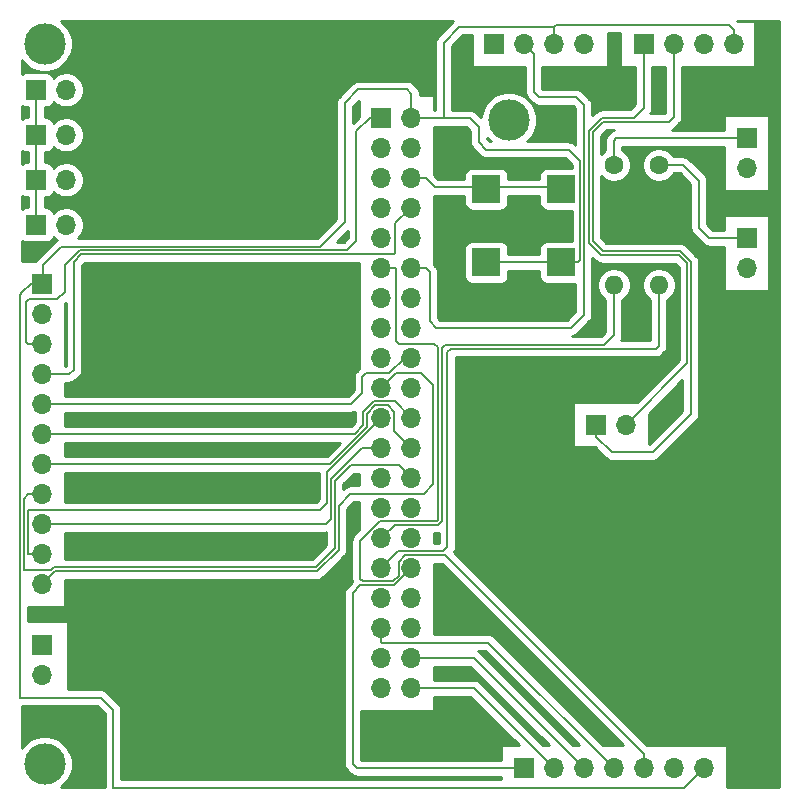
<source format=gbr>
G04 #@! TF.GenerationSoftware,KiCad,Pcbnew,(5.1.5)-3*
G04 #@! TF.CreationDate,2020-06-28T02:39:40-04:00*
G04 #@! TF.ProjectId,SteeringWheelKicad,53746565-7269-46e6-9757-6865656c4b69,3.0*
G04 #@! TF.SameCoordinates,Original*
G04 #@! TF.FileFunction,Copper,L1,Top*
G04 #@! TF.FilePolarity,Positive*
%FSLAX46Y46*%
G04 Gerber Fmt 4.6, Leading zero omitted, Abs format (unit mm)*
G04 Created by KiCad (PCBNEW (5.1.5)-3) date 2020-06-28 02:39:40*
%MOMM*%
%LPD*%
G04 APERTURE LIST*
%ADD10O,1.700000X1.700000*%
%ADD11R,1.700000X1.700000*%
%ADD12R,2.450000X2.350000*%
%ADD13C,3.500000*%
%ADD14O,1.600000X1.600000*%
%ADD15C,1.600000*%
%ADD16C,0.160000*%
%ADD17C,0.254000*%
G04 APERTURE END LIST*
D10*
X97028000Y-141040000D03*
D11*
X97028000Y-138500000D03*
D10*
X99045000Y-102940000D03*
D11*
X96505000Y-102940000D03*
D10*
X99045000Y-99130000D03*
D11*
X96505000Y-99130000D03*
D10*
X99045000Y-95320000D03*
D11*
X96505000Y-95320000D03*
D10*
X99045000Y-91510000D03*
D11*
X96505000Y-91510000D03*
D12*
X134605000Y-99915000D03*
X134605000Y-106115000D03*
X140955000Y-99915000D03*
X140955000Y-106115000D03*
D13*
X136510000Y-94050000D03*
X97200000Y-148600000D03*
X97200000Y-87600000D03*
D10*
X97028000Y-133350000D03*
X97028000Y-130810000D03*
X97028000Y-128270000D03*
X97028000Y-125730000D03*
X97028000Y-123190000D03*
X97028000Y-120650000D03*
X97028000Y-118110000D03*
X97028000Y-115570000D03*
X97028000Y-113030000D03*
X97028000Y-110490000D03*
D11*
X97028000Y-107950000D03*
X147940000Y-87630000D03*
D10*
X150480000Y-87630000D03*
X153020000Y-87630000D03*
X155560000Y-87630000D03*
X156640000Y-98140000D03*
D11*
X156640000Y-95600000D03*
X156640000Y-104060000D03*
D10*
X156640000Y-106600000D03*
X142860000Y-87630000D03*
X140320000Y-87630000D03*
X137780000Y-87630000D03*
D11*
X135240000Y-87630000D03*
D10*
X153020000Y-148930000D03*
X150480000Y-148930000D03*
X147940000Y-148930000D03*
X145400000Y-148930000D03*
X142860000Y-148930000D03*
X140320000Y-148930000D03*
D11*
X137780000Y-148930000D03*
D10*
X146420000Y-119850000D03*
D11*
X143880000Y-119850000D03*
D10*
X128270000Y-142160000D03*
X125730000Y-142160000D03*
X128270000Y-139620000D03*
X125730000Y-139620000D03*
X128270000Y-137080000D03*
X125730000Y-137080000D03*
X128270000Y-134540000D03*
X125730000Y-134540000D03*
X128270000Y-132000000D03*
X125730000Y-132000000D03*
X128270000Y-129460000D03*
X125730000Y-129460000D03*
X128270000Y-126920000D03*
X125730000Y-126920000D03*
X128270000Y-124380000D03*
X125730000Y-124380000D03*
X128270000Y-121840000D03*
X125730000Y-121840000D03*
X128270000Y-119300000D03*
X125730000Y-119300000D03*
X128270000Y-116760000D03*
X125730000Y-116760000D03*
X128270000Y-114220000D03*
X125730000Y-114220000D03*
X128270000Y-111680000D03*
X125730000Y-111680000D03*
X128270000Y-109140000D03*
X125730000Y-109140000D03*
X128270000Y-106600000D03*
X125730000Y-106600000D03*
X128270000Y-104060000D03*
X125730000Y-104060000D03*
X128270000Y-101520000D03*
X125730000Y-101520000D03*
X128270000Y-98980000D03*
X125730000Y-98980000D03*
X128270000Y-96440000D03*
X125730000Y-96440000D03*
X128270000Y-93900000D03*
D11*
X125730000Y-93900000D03*
D14*
X145400000Y-108020000D03*
D15*
X145400000Y-97860000D03*
X149210000Y-97860000D03*
D14*
X149210000Y-108020000D03*
D16*
X127889000Y-91440000D02*
X128270000Y-91821000D01*
X128270000Y-91821000D02*
X128270000Y-93900000D01*
X151350000Y-150600000D02*
X153020000Y-148930000D01*
X97028000Y-107950000D02*
X96018000Y-107950000D01*
X95304990Y-108657010D02*
X95123000Y-108839000D01*
X96018000Y-107950000D02*
X95310990Y-108657010D01*
X95310990Y-108657010D02*
X95304990Y-108657010D01*
X95123000Y-142977000D02*
X101977000Y-142977000D01*
X95123000Y-108839000D02*
X95123000Y-142977000D01*
X101977000Y-142977000D02*
X103000000Y-144000000D01*
X103000000Y-144000000D02*
X103000000Y-150600000D01*
X103000000Y-150600000D02*
X151350000Y-150600000D01*
X155132081Y-86000000D02*
X140500000Y-86000000D01*
X140500000Y-86000000D02*
X140320000Y-86180000D01*
X155560000Y-87630000D02*
X155560000Y-86427919D01*
X140320000Y-86180000D02*
X140320000Y-87630000D01*
X155560000Y-86427919D02*
X155132081Y-86000000D01*
X132320000Y-86180000D02*
X140320000Y-86180000D01*
X131000000Y-87500000D02*
X132320000Y-86180000D01*
X128270000Y-93900000D02*
X131000000Y-93900000D01*
X131000000Y-93900000D02*
X131000000Y-87500000D01*
X131000000Y-93900000D02*
X133185000Y-93900000D01*
X133185000Y-93900000D02*
X133970000Y-94685000D01*
X133970000Y-94685000D02*
X133970000Y-95955000D01*
X133970000Y-95955000D02*
X134605000Y-96590000D01*
X134605000Y-96590000D02*
X137780000Y-96590000D01*
X141590000Y-96590000D02*
X142539990Y-97539990D01*
X137780000Y-96590000D02*
X141590000Y-96590000D01*
X142539990Y-105915010D02*
X142340000Y-106115000D01*
X142539990Y-97539990D02*
X142539990Y-105915010D01*
X142340000Y-106115000D02*
X140955000Y-106115000D01*
X140955000Y-106115000D02*
X134605000Y-106115000D01*
X127889000Y-91440000D02*
X123760000Y-91440000D01*
X123760000Y-91440000D02*
X122600000Y-92600000D01*
X122600000Y-102700000D02*
X120530018Y-104769982D01*
X122600000Y-92600000D02*
X122600000Y-102700000D01*
X120530018Y-104769982D02*
X98630018Y-104769982D01*
X98630018Y-104769982D02*
X97030000Y-106370000D01*
X97030000Y-106370000D02*
X97030000Y-107950000D01*
X129472081Y-98980000D02*
X130257081Y-99765000D01*
X128270000Y-98980000D02*
X129472081Y-98980000D01*
X130257081Y-99765000D02*
X134605000Y-99765000D01*
X134605000Y-99765000D02*
X140955000Y-99765000D01*
X98298000Y-109220000D02*
X98933000Y-108585000D01*
X95631000Y-112835081D02*
X95631000Y-109474000D01*
X95825919Y-113030000D02*
X95631000Y-112835081D01*
X95631000Y-109474000D02*
X95885000Y-109220000D01*
X97028000Y-113030000D02*
X95825919Y-113030000D01*
X95885000Y-109220000D02*
X98298000Y-109220000D01*
X124720000Y-93900000D02*
X123600000Y-95020000D01*
X125730000Y-93900000D02*
X124720000Y-93900000D01*
X123600000Y-104300000D02*
X122810010Y-105089990D01*
X123600000Y-95020000D02*
X123600000Y-104300000D01*
X100197447Y-105089991D02*
X98933000Y-106354438D01*
X98933000Y-106354438D02*
X98933000Y-108585000D01*
X122810010Y-105089990D02*
X100197447Y-105089991D01*
X96505000Y-91510000D02*
X96505000Y-95320000D01*
X96505000Y-95320000D02*
X96505000Y-99130000D01*
X96505000Y-99130000D02*
X96505000Y-102940000D01*
X99314000Y-115570000D02*
X99695000Y-115189000D01*
X99695000Y-106045000D02*
X100330000Y-105410000D01*
X97028000Y-115570000D02*
X99314000Y-115570000D01*
X99695000Y-115189000D02*
X99695000Y-106045000D01*
X100330000Y-105410000D02*
X126790000Y-105410000D01*
X126790000Y-105410000D02*
X126900000Y-105300000D01*
X126900000Y-105300000D02*
X126900000Y-102800000D01*
X126900000Y-102800000D02*
X128200000Y-101500000D01*
X128200000Y-101500000D02*
X128300000Y-101500000D01*
X126400000Y-115500000D02*
X127680000Y-114220000D01*
X127680000Y-114220000D02*
X128270000Y-114220000D01*
X124100000Y-117200000D02*
X124100000Y-115800000D01*
X97028000Y-118110000D02*
X123190000Y-118110000D01*
X124100000Y-115800000D02*
X124400000Y-115500000D01*
X123190000Y-118110000D02*
X124100000Y-117200000D01*
X124400000Y-115500000D02*
X126400000Y-115500000D01*
X126859989Y-117889989D02*
X128270000Y-119300000D01*
X125074247Y-117889989D02*
X126859989Y-117889989D01*
X124179991Y-118784245D02*
X125074247Y-117889989D01*
X123450000Y-120650000D02*
X124179990Y-119920010D01*
X124179990Y-119920010D02*
X124179991Y-118784245D01*
X97028000Y-120650000D02*
X123450000Y-120650000D01*
X126820001Y-118776799D02*
X126820001Y-120390001D01*
X126820001Y-120390001D02*
X128270000Y-121840000D01*
X121387438Y-123190000D02*
X124500000Y-120077438D01*
X125206799Y-118209999D02*
X126253201Y-118209999D01*
X97028000Y-123190000D02*
X121387438Y-123190000D01*
X124500000Y-120077438D02*
X124500000Y-118916798D01*
X126253201Y-118209999D02*
X126820001Y-118776799D01*
X124500000Y-118916798D02*
X125206799Y-118209999D01*
X127179999Y-123289999D02*
X128270000Y-124380000D01*
X95500000Y-132200000D02*
X97725438Y-132200000D01*
X95825919Y-125730000D02*
X95443010Y-126112909D01*
X97028000Y-125730000D02*
X95825919Y-125730000D01*
X95443010Y-132143010D02*
X95500000Y-132200000D01*
X120160011Y-131939989D02*
X121779990Y-130320010D01*
X97725438Y-132200000D02*
X97985449Y-131939989D01*
X121779990Y-124620010D02*
X123110001Y-123289999D01*
X123110001Y-123289999D02*
X127179999Y-123289999D01*
X95443010Y-126112909D02*
X95443010Y-132143010D01*
X97985449Y-131939989D02*
X120160011Y-131939989D01*
X121779990Y-130320010D02*
X121779990Y-124620010D01*
X97028000Y-128270000D02*
X120989980Y-128270000D01*
X120989980Y-128270000D02*
X121459980Y-127800000D01*
X124107438Y-121840000D02*
X125730000Y-121840000D01*
X121459981Y-124487457D02*
X124107438Y-121840000D01*
X121459980Y-127800000D02*
X121459981Y-124487457D01*
X121139971Y-123890029D02*
X125730000Y-119300000D01*
X121139971Y-126460029D02*
X121139971Y-123890029D01*
X95825919Y-130810000D02*
X95763020Y-130747101D01*
X95763020Y-130747101D02*
X95763020Y-127100000D01*
X97028000Y-130810000D02*
X95825919Y-130810000D01*
X95763020Y-127100000D02*
X120500000Y-127100000D01*
X120500000Y-127100000D02*
X121139971Y-126460029D01*
X126990000Y-115500000D02*
X125730000Y-116760000D01*
X130100000Y-116500000D02*
X129100000Y-115500000D01*
X130100000Y-124900000D02*
X130100000Y-116500000D01*
X129300000Y-125700000D02*
X130100000Y-124900000D01*
X97028000Y-133350000D02*
X98118001Y-132259999D01*
X123100000Y-125700000D02*
X129300000Y-125700000D01*
X129100000Y-115500000D02*
X126990000Y-115500000D01*
X122100000Y-126700000D02*
X123100000Y-125700000D01*
X120292563Y-132259999D02*
X98118001Y-132259999D01*
X122099999Y-130452563D02*
X120292563Y-132259999D01*
X122100000Y-126700000D02*
X122099999Y-130452563D01*
X150480000Y-93820000D02*
X150480000Y-87630000D01*
X150100000Y-94200000D02*
X150480000Y-93820000D01*
X143600000Y-95100000D02*
X144500000Y-94200000D01*
X143880000Y-120860000D02*
X145220000Y-122200000D01*
X143600000Y-104300000D02*
X143600000Y-95100000D01*
X145220000Y-122200000D02*
X148700000Y-122200000D01*
X148700000Y-122200000D02*
X151920010Y-118979990D01*
X143880000Y-119850000D02*
X143880000Y-120860000D01*
X151920010Y-118979990D02*
X151920010Y-106067448D01*
X151920010Y-106067448D02*
X151032552Y-105179990D01*
X151032552Y-105179990D02*
X144479990Y-105179990D01*
X144479990Y-105179990D02*
X143600000Y-104300000D01*
X144500000Y-94200000D02*
X150100000Y-94200000D01*
X147940000Y-93039990D02*
X147940000Y-87630000D01*
X147100000Y-93879990D02*
X147940000Y-93039990D01*
X144367448Y-93879990D02*
X147100000Y-93879990D01*
X143279991Y-94967447D02*
X144367448Y-93879990D01*
X143279990Y-104432552D02*
X143279991Y-94967447D01*
X151600000Y-114670000D02*
X151600000Y-106200000D01*
X150900000Y-105500000D02*
X144347437Y-105499999D01*
X151600000Y-106200000D02*
X150900000Y-105500000D01*
X146420000Y-119850000D02*
X151600000Y-114670000D01*
X144347437Y-105499999D02*
X143279990Y-104432552D01*
X145600000Y-95600000D02*
X156640000Y-95600000D01*
X145400000Y-97860000D02*
X145400000Y-95800000D01*
X145400000Y-95800000D02*
X145600000Y-95600000D01*
X149210000Y-97860000D02*
X151260000Y-97860000D01*
X151260000Y-97860000D02*
X152600000Y-99200000D01*
X152600000Y-99200000D02*
X152600000Y-103200000D01*
X153460000Y-104060000D02*
X156640000Y-104060000D01*
X152600000Y-103200000D02*
X153460000Y-104060000D01*
X138629999Y-88479999D02*
X137780000Y-87630000D01*
X128270000Y-106600000D02*
X129472081Y-106600000D01*
X129800000Y-106927919D02*
X129800000Y-111100000D01*
X141740000Y-111680000D02*
X142860000Y-110560000D01*
X138629999Y-91724999D02*
X138629999Y-88479999D01*
X129472081Y-106600000D02*
X129800000Y-106927919D01*
X130380000Y-111680000D02*
X141740000Y-111680000D01*
X139050000Y-92145000D02*
X138629999Y-91724999D01*
X129800000Y-111100000D02*
X130380000Y-111680000D01*
X142860000Y-110560000D02*
X142860000Y-92780000D01*
X142860000Y-92780000D02*
X142225000Y-92145000D01*
X142225000Y-92145000D02*
X139050000Y-92145000D01*
X126820001Y-133449999D02*
X128270000Y-132000000D01*
X137780000Y-148930000D02*
X123630000Y-148930000D01*
X123630000Y-148930000D02*
X123300000Y-148600000D01*
X123300000Y-148600000D02*
X123300000Y-134100000D01*
X123300000Y-134100000D02*
X123950001Y-133449999D01*
X123950001Y-133449999D02*
X126820001Y-133449999D01*
X133550000Y-142160000D02*
X128270000Y-142160000D01*
X140320000Y-148930000D02*
X133550000Y-142160000D01*
X133550000Y-139620000D02*
X128270000Y-139620000D01*
X142860000Y-148930000D02*
X133550000Y-139620000D01*
X125730000Y-138282081D02*
X125730000Y-137080000D01*
X125747919Y-138300000D02*
X125730000Y-138282081D01*
X134770000Y-138300000D02*
X125747919Y-138300000D01*
X145400000Y-148930000D02*
X134770000Y-138300000D01*
X127000000Y-112800000D02*
X127000000Y-106667919D01*
X126932081Y-106600000D02*
X125730000Y-106600000D01*
X130500000Y-113300000D02*
X130200000Y-113000000D01*
X130389999Y-128010001D02*
X130500000Y-127900000D01*
X127200000Y-113000000D02*
X127000000Y-112800000D01*
X147940000Y-148930000D02*
X147940000Y-147727919D01*
X125566797Y-128010001D02*
X130389999Y-128010001D01*
X130500000Y-127900000D02*
X130500000Y-113300000D01*
X127746799Y-130909999D02*
X127179999Y-131476799D01*
X130200000Y-113000000D02*
X127200000Y-113000000D01*
X147940000Y-147727919D02*
X131122080Y-130909999D01*
X127179999Y-132637439D02*
X126687449Y-133129989D01*
X127000000Y-106667919D02*
X126932081Y-106600000D01*
X131122080Y-130909999D02*
X127746799Y-130909999D01*
X126687449Y-133129989D02*
X124129989Y-133129989D01*
X123900000Y-132900000D02*
X123900000Y-129676798D01*
X124129989Y-133129989D02*
X123900000Y-132900000D01*
X127179999Y-131476799D02*
X127179999Y-132637439D01*
X123900000Y-129676798D02*
X125566797Y-128010001D01*
X130522552Y-128330010D02*
X130820010Y-128032552D01*
X125730000Y-129460000D02*
X126859989Y-128330011D01*
X126859989Y-128330011D02*
X130522552Y-128330010D01*
X130820010Y-128032552D02*
X130820010Y-113379990D01*
X130820010Y-113379990D02*
X131100000Y-113100000D01*
X131100000Y-113100000D02*
X144600000Y-113100000D01*
X144600000Y-113100000D02*
X145400000Y-112300000D01*
X145400000Y-112300000D02*
X145400000Y-108020000D01*
X149210000Y-113190000D02*
X149210000Y-108020000D01*
X127140011Y-130589989D02*
X130910011Y-130589989D01*
X125730000Y-132000000D02*
X127140011Y-130589989D01*
X130910011Y-130589989D02*
X131300000Y-130200000D01*
X131579990Y-113420010D02*
X148979990Y-113420010D01*
X131300000Y-130200000D02*
X131300000Y-113700000D01*
X148979990Y-113420010D02*
X149210000Y-113190000D01*
X131300000Y-113700000D02*
X131579990Y-113420010D01*
D17*
G36*
X159380000Y-150167581D02*
G01*
X159380000Y-150540000D01*
X154957000Y-150540000D01*
X154957000Y-147130000D01*
X154954560Y-147105224D01*
X154947333Y-147081399D01*
X154935597Y-147059443D01*
X154919803Y-147040197D01*
X154900557Y-147024403D01*
X154878601Y-147012667D01*
X154854776Y-147005440D01*
X154830000Y-147003000D01*
X148226244Y-147003000D01*
X131863579Y-130640337D01*
X131897377Y-130599154D01*
X131963770Y-130474942D01*
X132000114Y-130355130D01*
X132004654Y-130340165D01*
X132007128Y-130315046D01*
X132015000Y-130235120D01*
X132015000Y-130235112D01*
X132018458Y-130200000D01*
X132015000Y-130164888D01*
X132015000Y-114135010D01*
X148944880Y-114135010D01*
X148979990Y-114138468D01*
X149015100Y-114135010D01*
X149015110Y-114135010D01*
X149120154Y-114124664D01*
X149254932Y-114083780D01*
X149379144Y-114017387D01*
X149488017Y-113928037D01*
X149510411Y-113900750D01*
X149690745Y-113720416D01*
X149718026Y-113698027D01*
X149807377Y-113589154D01*
X149873770Y-113464942D01*
X149914654Y-113330164D01*
X149925000Y-113225120D01*
X149925000Y-113225111D01*
X149928458Y-113190001D01*
X149925000Y-113154891D01*
X149925000Y-109268111D01*
X150124759Y-109134637D01*
X150324637Y-108934759D01*
X150481680Y-108699727D01*
X150589853Y-108438574D01*
X150645000Y-108161335D01*
X150645000Y-107878665D01*
X150589853Y-107601426D01*
X150481680Y-107340273D01*
X150324637Y-107105241D01*
X150124759Y-106905363D01*
X149889727Y-106748320D01*
X149628574Y-106640147D01*
X149351335Y-106585000D01*
X149068665Y-106585000D01*
X148791426Y-106640147D01*
X148530273Y-106748320D01*
X148295241Y-106905363D01*
X148095363Y-107105241D01*
X147938320Y-107340273D01*
X147830147Y-107601426D01*
X147775000Y-107878665D01*
X147775000Y-108161335D01*
X147830147Y-108438574D01*
X147938320Y-108699727D01*
X148095363Y-108934759D01*
X148295241Y-109134637D01*
X148495001Y-109268112D01*
X148495000Y-112705010D01*
X145992571Y-112705010D01*
X145997376Y-112699155D01*
X145997377Y-112699154D01*
X146063770Y-112574942D01*
X146104654Y-112440164D01*
X146115000Y-112335120D01*
X146115000Y-112335110D01*
X146118458Y-112300000D01*
X146115000Y-112264890D01*
X146115000Y-109268111D01*
X146314759Y-109134637D01*
X146514637Y-108934759D01*
X146671680Y-108699727D01*
X146779853Y-108438574D01*
X146835000Y-108161335D01*
X146835000Y-107878665D01*
X146779853Y-107601426D01*
X146671680Y-107340273D01*
X146514637Y-107105241D01*
X146314759Y-106905363D01*
X146079727Y-106748320D01*
X145818574Y-106640147D01*
X145541335Y-106585000D01*
X145258665Y-106585000D01*
X144981426Y-106640147D01*
X144720273Y-106748320D01*
X144485241Y-106905363D01*
X144285363Y-107105241D01*
X144128320Y-107340273D01*
X144020147Y-107601426D01*
X143965000Y-107878665D01*
X143965000Y-108161335D01*
X144020147Y-108438574D01*
X144128320Y-108699727D01*
X144285363Y-108934759D01*
X144485241Y-109134637D01*
X144685001Y-109268112D01*
X144685000Y-112003837D01*
X144303838Y-112385000D01*
X141876651Y-112385000D01*
X141880164Y-112384654D01*
X142014942Y-112343770D01*
X142139154Y-112277377D01*
X142248027Y-112188027D01*
X142270420Y-112160741D01*
X143340750Y-111090412D01*
X143368026Y-111068027D01*
X143410536Y-111016230D01*
X143457376Y-110959155D01*
X143457378Y-110959153D01*
X143523770Y-110834942D01*
X143564654Y-110700164D01*
X143575000Y-110595120D01*
X143575000Y-110595111D01*
X143578458Y-110560001D01*
X143575000Y-110524891D01*
X143575000Y-105738724D01*
X143817023Y-105980747D01*
X143839410Y-106008025D01*
X143866685Y-106030409D01*
X143866689Y-106030413D01*
X143948282Y-106097375D01*
X144072494Y-106163768D01*
X144207272Y-106204652D01*
X144347436Y-106218457D01*
X144382556Y-106214998D01*
X150603838Y-106215000D01*
X150885001Y-106496163D01*
X150885000Y-114373838D01*
X147335839Y-117923000D01*
X142080000Y-117923000D01*
X142055224Y-117925440D01*
X142031399Y-117932667D01*
X142009443Y-117944403D01*
X141990197Y-117960197D01*
X141974403Y-117979443D01*
X141962667Y-118001399D01*
X141955440Y-118025224D01*
X141953000Y-118050000D01*
X141953000Y-121650000D01*
X141955440Y-121674776D01*
X141962667Y-121698601D01*
X141974403Y-121720557D01*
X141990197Y-121739803D01*
X142009443Y-121755597D01*
X142031399Y-121767333D01*
X142055224Y-121774560D01*
X142080000Y-121777000D01*
X143785839Y-121777000D01*
X144689584Y-122680746D01*
X144711973Y-122708027D01*
X144820846Y-122797377D01*
X144945058Y-122863770D01*
X145079836Y-122904654D01*
X145184880Y-122915000D01*
X145184889Y-122915000D01*
X145219999Y-122918458D01*
X145255109Y-122915000D01*
X148664890Y-122915000D01*
X148700000Y-122918458D01*
X148735110Y-122915000D01*
X148735120Y-122915000D01*
X148840164Y-122904654D01*
X148974942Y-122863770D01*
X149099154Y-122797377D01*
X149208027Y-122708027D01*
X149230420Y-122680741D01*
X152400766Y-119510397D01*
X152428036Y-119488017D01*
X152450417Y-119460746D01*
X152450425Y-119460738D01*
X152517386Y-119379145D01*
X152517387Y-119379144D01*
X152583780Y-119254932D01*
X152624664Y-119120154D01*
X152635010Y-119015110D01*
X152635010Y-119015100D01*
X152638468Y-118979990D01*
X152635010Y-118944880D01*
X152635010Y-106102557D01*
X152638468Y-106067447D01*
X152635010Y-106032337D01*
X152635010Y-106032328D01*
X152624664Y-105927284D01*
X152583780Y-105792506D01*
X152517387Y-105668294D01*
X152428037Y-105559421D01*
X152400756Y-105537032D01*
X151562972Y-104699249D01*
X151540579Y-104671963D01*
X151431706Y-104582613D01*
X151307494Y-104516220D01*
X151172716Y-104475336D01*
X151067672Y-104464990D01*
X151067662Y-104464990D01*
X151032552Y-104461532D01*
X150997442Y-104464990D01*
X144776152Y-104464990D01*
X144315000Y-104003838D01*
X144315000Y-98804396D01*
X144485241Y-98974637D01*
X144720273Y-99131680D01*
X144981426Y-99239853D01*
X145258665Y-99295000D01*
X145541335Y-99295000D01*
X145818574Y-99239853D01*
X146079727Y-99131680D01*
X146314759Y-98974637D01*
X146514637Y-98774759D01*
X146671680Y-98539727D01*
X146779853Y-98278574D01*
X146835000Y-98001335D01*
X146835000Y-97718665D01*
X147775000Y-97718665D01*
X147775000Y-98001335D01*
X147830147Y-98278574D01*
X147938320Y-98539727D01*
X148095363Y-98774759D01*
X148295241Y-98974637D01*
X148530273Y-99131680D01*
X148791426Y-99239853D01*
X149068665Y-99295000D01*
X149351335Y-99295000D01*
X149628574Y-99239853D01*
X149889727Y-99131680D01*
X150124759Y-98974637D01*
X150324637Y-98774759D01*
X150458111Y-98575000D01*
X150963839Y-98575000D01*
X151885000Y-99496162D01*
X151885001Y-103164880D01*
X151881542Y-103200000D01*
X151885001Y-103235120D01*
X151895347Y-103340164D01*
X151936231Y-103474942D01*
X152002624Y-103599154D01*
X152091974Y-103708027D01*
X152119254Y-103730415D01*
X152929588Y-104540751D01*
X152951973Y-104568027D01*
X152979248Y-104590411D01*
X152979252Y-104590415D01*
X153043066Y-104642785D01*
X153060846Y-104657377D01*
X153185058Y-104723770D01*
X153259100Y-104746230D01*
X153319835Y-104764654D01*
X153331948Y-104765847D01*
X153424880Y-104775000D01*
X153424888Y-104775000D01*
X153460000Y-104778458D01*
X153495112Y-104775000D01*
X154713000Y-104775000D01*
X154713000Y-108410000D01*
X154715440Y-108434776D01*
X154722667Y-108458601D01*
X154734403Y-108480557D01*
X154750197Y-108499803D01*
X154769443Y-108515597D01*
X154791399Y-108527333D01*
X154815224Y-108534560D01*
X154840000Y-108537000D01*
X158440000Y-108537000D01*
X158464776Y-108534560D01*
X158488601Y-108527333D01*
X158510557Y-108515597D01*
X158529803Y-108499803D01*
X158545597Y-108480557D01*
X158557333Y-108458601D01*
X158564560Y-108434776D01*
X158567000Y-108410000D01*
X158567000Y-102260000D01*
X158564560Y-102235224D01*
X158557333Y-102211399D01*
X158545597Y-102189443D01*
X158529803Y-102170197D01*
X158510557Y-102154403D01*
X158488601Y-102142667D01*
X158464776Y-102135440D01*
X158440000Y-102133000D01*
X154840000Y-102133000D01*
X154815224Y-102135440D01*
X154791399Y-102142667D01*
X154769443Y-102154403D01*
X154750197Y-102170197D01*
X154734403Y-102189443D01*
X154722667Y-102211399D01*
X154715440Y-102235224D01*
X154713000Y-102260000D01*
X154713000Y-103345000D01*
X153756162Y-103345000D01*
X153315000Y-102903838D01*
X153315000Y-99235109D01*
X153318458Y-99199999D01*
X153315000Y-99164889D01*
X153315000Y-99164880D01*
X153304654Y-99059836D01*
X153263770Y-98925058D01*
X153197377Y-98800846D01*
X153175968Y-98774759D01*
X153130414Y-98719252D01*
X153130412Y-98719250D01*
X153108026Y-98691973D01*
X153080750Y-98669588D01*
X151790420Y-97379259D01*
X151768027Y-97351973D01*
X151659154Y-97262623D01*
X151534942Y-97196230D01*
X151400164Y-97155346D01*
X151295120Y-97145000D01*
X151295110Y-97145000D01*
X151260000Y-97141542D01*
X151224890Y-97145000D01*
X150458111Y-97145000D01*
X150324637Y-96945241D01*
X150124759Y-96745363D01*
X149889727Y-96588320D01*
X149628574Y-96480147D01*
X149351335Y-96425000D01*
X149068665Y-96425000D01*
X148791426Y-96480147D01*
X148530273Y-96588320D01*
X148295241Y-96745363D01*
X148095363Y-96945241D01*
X147938320Y-97180273D01*
X147830147Y-97441426D01*
X147775000Y-97718665D01*
X146835000Y-97718665D01*
X146779853Y-97441426D01*
X146671680Y-97180273D01*
X146514637Y-96945241D01*
X146314759Y-96745363D01*
X146115000Y-96611889D01*
X146115000Y-96315000D01*
X154713000Y-96315000D01*
X154713000Y-99950000D01*
X154715440Y-99974776D01*
X154722667Y-99998601D01*
X154734403Y-100020557D01*
X154750197Y-100039803D01*
X154769443Y-100055597D01*
X154791399Y-100067333D01*
X154815224Y-100074560D01*
X154840000Y-100077000D01*
X158440000Y-100077000D01*
X158464776Y-100074560D01*
X158488601Y-100067333D01*
X158510557Y-100055597D01*
X158529803Y-100039803D01*
X158545597Y-100020557D01*
X158557333Y-99998601D01*
X158564560Y-99974776D01*
X158567000Y-99950000D01*
X158567000Y-93800000D01*
X158564560Y-93775224D01*
X158557333Y-93751399D01*
X158545597Y-93729443D01*
X158529803Y-93710197D01*
X158510557Y-93694403D01*
X158488601Y-93682667D01*
X158464776Y-93675440D01*
X158440000Y-93673000D01*
X154840000Y-93673000D01*
X154815224Y-93675440D01*
X154791399Y-93682667D01*
X154769443Y-93694403D01*
X154750197Y-93710197D01*
X154734403Y-93729443D01*
X154722667Y-93751399D01*
X154715440Y-93775224D01*
X154713000Y-93800000D01*
X154713000Y-94885000D01*
X150304955Y-94885000D01*
X150374942Y-94863770D01*
X150499154Y-94797377D01*
X150608027Y-94708027D01*
X150630421Y-94680740D01*
X150960745Y-94350416D01*
X150988026Y-94328027D01*
X151077377Y-94219154D01*
X151143770Y-94094942D01*
X151184654Y-93960164D01*
X151195000Y-93855120D01*
X151195000Y-93855111D01*
X151198458Y-93820001D01*
X151195000Y-93784891D01*
X151195000Y-89557000D01*
X157245213Y-89557000D01*
X157269989Y-89554560D01*
X157293814Y-89547333D01*
X157315770Y-89535597D01*
X157335016Y-89519803D01*
X157350810Y-89500557D01*
X157362546Y-89478601D01*
X157369773Y-89454776D01*
X157372213Y-89430000D01*
X157372213Y-85830000D01*
X157369773Y-85805224D01*
X157362546Y-85781399D01*
X157350810Y-85759443D01*
X157335016Y-85740197D01*
X157315770Y-85724403D01*
X157293814Y-85712667D01*
X157269989Y-85705440D01*
X157245213Y-85703000D01*
X155846242Y-85703000D01*
X155803242Y-85660000D01*
X159380001Y-85660000D01*
X159380000Y-150167581D01*
G37*
X159380000Y-150167581D02*
X159380000Y-150540000D01*
X154957000Y-150540000D01*
X154957000Y-147130000D01*
X154954560Y-147105224D01*
X154947333Y-147081399D01*
X154935597Y-147059443D01*
X154919803Y-147040197D01*
X154900557Y-147024403D01*
X154878601Y-147012667D01*
X154854776Y-147005440D01*
X154830000Y-147003000D01*
X148226244Y-147003000D01*
X131863579Y-130640337D01*
X131897377Y-130599154D01*
X131963770Y-130474942D01*
X132000114Y-130355130D01*
X132004654Y-130340165D01*
X132007128Y-130315046D01*
X132015000Y-130235120D01*
X132015000Y-130235112D01*
X132018458Y-130200000D01*
X132015000Y-130164888D01*
X132015000Y-114135010D01*
X148944880Y-114135010D01*
X148979990Y-114138468D01*
X149015100Y-114135010D01*
X149015110Y-114135010D01*
X149120154Y-114124664D01*
X149254932Y-114083780D01*
X149379144Y-114017387D01*
X149488017Y-113928037D01*
X149510411Y-113900750D01*
X149690745Y-113720416D01*
X149718026Y-113698027D01*
X149807377Y-113589154D01*
X149873770Y-113464942D01*
X149914654Y-113330164D01*
X149925000Y-113225120D01*
X149925000Y-113225111D01*
X149928458Y-113190001D01*
X149925000Y-113154891D01*
X149925000Y-109268111D01*
X150124759Y-109134637D01*
X150324637Y-108934759D01*
X150481680Y-108699727D01*
X150589853Y-108438574D01*
X150645000Y-108161335D01*
X150645000Y-107878665D01*
X150589853Y-107601426D01*
X150481680Y-107340273D01*
X150324637Y-107105241D01*
X150124759Y-106905363D01*
X149889727Y-106748320D01*
X149628574Y-106640147D01*
X149351335Y-106585000D01*
X149068665Y-106585000D01*
X148791426Y-106640147D01*
X148530273Y-106748320D01*
X148295241Y-106905363D01*
X148095363Y-107105241D01*
X147938320Y-107340273D01*
X147830147Y-107601426D01*
X147775000Y-107878665D01*
X147775000Y-108161335D01*
X147830147Y-108438574D01*
X147938320Y-108699727D01*
X148095363Y-108934759D01*
X148295241Y-109134637D01*
X148495001Y-109268112D01*
X148495000Y-112705010D01*
X145992571Y-112705010D01*
X145997376Y-112699155D01*
X145997377Y-112699154D01*
X146063770Y-112574942D01*
X146104654Y-112440164D01*
X146115000Y-112335120D01*
X146115000Y-112335110D01*
X146118458Y-112300000D01*
X146115000Y-112264890D01*
X146115000Y-109268111D01*
X146314759Y-109134637D01*
X146514637Y-108934759D01*
X146671680Y-108699727D01*
X146779853Y-108438574D01*
X146835000Y-108161335D01*
X146835000Y-107878665D01*
X146779853Y-107601426D01*
X146671680Y-107340273D01*
X146514637Y-107105241D01*
X146314759Y-106905363D01*
X146079727Y-106748320D01*
X145818574Y-106640147D01*
X145541335Y-106585000D01*
X145258665Y-106585000D01*
X144981426Y-106640147D01*
X144720273Y-106748320D01*
X144485241Y-106905363D01*
X144285363Y-107105241D01*
X144128320Y-107340273D01*
X144020147Y-107601426D01*
X143965000Y-107878665D01*
X143965000Y-108161335D01*
X144020147Y-108438574D01*
X144128320Y-108699727D01*
X144285363Y-108934759D01*
X144485241Y-109134637D01*
X144685001Y-109268112D01*
X144685000Y-112003837D01*
X144303838Y-112385000D01*
X141876651Y-112385000D01*
X141880164Y-112384654D01*
X142014942Y-112343770D01*
X142139154Y-112277377D01*
X142248027Y-112188027D01*
X142270420Y-112160741D01*
X143340750Y-111090412D01*
X143368026Y-111068027D01*
X143410536Y-111016230D01*
X143457376Y-110959155D01*
X143457378Y-110959153D01*
X143523770Y-110834942D01*
X143564654Y-110700164D01*
X143575000Y-110595120D01*
X143575000Y-110595111D01*
X143578458Y-110560001D01*
X143575000Y-110524891D01*
X143575000Y-105738724D01*
X143817023Y-105980747D01*
X143839410Y-106008025D01*
X143866685Y-106030409D01*
X143866689Y-106030413D01*
X143948282Y-106097375D01*
X144072494Y-106163768D01*
X144207272Y-106204652D01*
X144347436Y-106218457D01*
X144382556Y-106214998D01*
X150603838Y-106215000D01*
X150885001Y-106496163D01*
X150885000Y-114373838D01*
X147335839Y-117923000D01*
X142080000Y-117923000D01*
X142055224Y-117925440D01*
X142031399Y-117932667D01*
X142009443Y-117944403D01*
X141990197Y-117960197D01*
X141974403Y-117979443D01*
X141962667Y-118001399D01*
X141955440Y-118025224D01*
X141953000Y-118050000D01*
X141953000Y-121650000D01*
X141955440Y-121674776D01*
X141962667Y-121698601D01*
X141974403Y-121720557D01*
X141990197Y-121739803D01*
X142009443Y-121755597D01*
X142031399Y-121767333D01*
X142055224Y-121774560D01*
X142080000Y-121777000D01*
X143785839Y-121777000D01*
X144689584Y-122680746D01*
X144711973Y-122708027D01*
X144820846Y-122797377D01*
X144945058Y-122863770D01*
X145079836Y-122904654D01*
X145184880Y-122915000D01*
X145184889Y-122915000D01*
X145219999Y-122918458D01*
X145255109Y-122915000D01*
X148664890Y-122915000D01*
X148700000Y-122918458D01*
X148735110Y-122915000D01*
X148735120Y-122915000D01*
X148840164Y-122904654D01*
X148974942Y-122863770D01*
X149099154Y-122797377D01*
X149208027Y-122708027D01*
X149230420Y-122680741D01*
X152400766Y-119510397D01*
X152428036Y-119488017D01*
X152450417Y-119460746D01*
X152450425Y-119460738D01*
X152517386Y-119379145D01*
X152517387Y-119379144D01*
X152583780Y-119254932D01*
X152624664Y-119120154D01*
X152635010Y-119015110D01*
X152635010Y-119015100D01*
X152638468Y-118979990D01*
X152635010Y-118944880D01*
X152635010Y-106102557D01*
X152638468Y-106067447D01*
X152635010Y-106032337D01*
X152635010Y-106032328D01*
X152624664Y-105927284D01*
X152583780Y-105792506D01*
X152517387Y-105668294D01*
X152428037Y-105559421D01*
X152400756Y-105537032D01*
X151562972Y-104699249D01*
X151540579Y-104671963D01*
X151431706Y-104582613D01*
X151307494Y-104516220D01*
X151172716Y-104475336D01*
X151067672Y-104464990D01*
X151067662Y-104464990D01*
X151032552Y-104461532D01*
X150997442Y-104464990D01*
X144776152Y-104464990D01*
X144315000Y-104003838D01*
X144315000Y-98804396D01*
X144485241Y-98974637D01*
X144720273Y-99131680D01*
X144981426Y-99239853D01*
X145258665Y-99295000D01*
X145541335Y-99295000D01*
X145818574Y-99239853D01*
X146079727Y-99131680D01*
X146314759Y-98974637D01*
X146514637Y-98774759D01*
X146671680Y-98539727D01*
X146779853Y-98278574D01*
X146835000Y-98001335D01*
X146835000Y-97718665D01*
X147775000Y-97718665D01*
X147775000Y-98001335D01*
X147830147Y-98278574D01*
X147938320Y-98539727D01*
X148095363Y-98774759D01*
X148295241Y-98974637D01*
X148530273Y-99131680D01*
X148791426Y-99239853D01*
X149068665Y-99295000D01*
X149351335Y-99295000D01*
X149628574Y-99239853D01*
X149889727Y-99131680D01*
X150124759Y-98974637D01*
X150324637Y-98774759D01*
X150458111Y-98575000D01*
X150963839Y-98575000D01*
X151885000Y-99496162D01*
X151885001Y-103164880D01*
X151881542Y-103200000D01*
X151885001Y-103235120D01*
X151895347Y-103340164D01*
X151936231Y-103474942D01*
X152002624Y-103599154D01*
X152091974Y-103708027D01*
X152119254Y-103730415D01*
X152929588Y-104540751D01*
X152951973Y-104568027D01*
X152979248Y-104590411D01*
X152979252Y-104590415D01*
X153043066Y-104642785D01*
X153060846Y-104657377D01*
X153185058Y-104723770D01*
X153259100Y-104746230D01*
X153319835Y-104764654D01*
X153331948Y-104765847D01*
X153424880Y-104775000D01*
X153424888Y-104775000D01*
X153460000Y-104778458D01*
X153495112Y-104775000D01*
X154713000Y-104775000D01*
X154713000Y-108410000D01*
X154715440Y-108434776D01*
X154722667Y-108458601D01*
X154734403Y-108480557D01*
X154750197Y-108499803D01*
X154769443Y-108515597D01*
X154791399Y-108527333D01*
X154815224Y-108534560D01*
X154840000Y-108537000D01*
X158440000Y-108537000D01*
X158464776Y-108534560D01*
X158488601Y-108527333D01*
X158510557Y-108515597D01*
X158529803Y-108499803D01*
X158545597Y-108480557D01*
X158557333Y-108458601D01*
X158564560Y-108434776D01*
X158567000Y-108410000D01*
X158567000Y-102260000D01*
X158564560Y-102235224D01*
X158557333Y-102211399D01*
X158545597Y-102189443D01*
X158529803Y-102170197D01*
X158510557Y-102154403D01*
X158488601Y-102142667D01*
X158464776Y-102135440D01*
X158440000Y-102133000D01*
X154840000Y-102133000D01*
X154815224Y-102135440D01*
X154791399Y-102142667D01*
X154769443Y-102154403D01*
X154750197Y-102170197D01*
X154734403Y-102189443D01*
X154722667Y-102211399D01*
X154715440Y-102235224D01*
X154713000Y-102260000D01*
X154713000Y-103345000D01*
X153756162Y-103345000D01*
X153315000Y-102903838D01*
X153315000Y-99235109D01*
X153318458Y-99199999D01*
X153315000Y-99164889D01*
X153315000Y-99164880D01*
X153304654Y-99059836D01*
X153263770Y-98925058D01*
X153197377Y-98800846D01*
X153175968Y-98774759D01*
X153130414Y-98719252D01*
X153130412Y-98719250D01*
X153108026Y-98691973D01*
X153080750Y-98669588D01*
X151790420Y-97379259D01*
X151768027Y-97351973D01*
X151659154Y-97262623D01*
X151534942Y-97196230D01*
X151400164Y-97155346D01*
X151295120Y-97145000D01*
X151295110Y-97145000D01*
X151260000Y-97141542D01*
X151224890Y-97145000D01*
X150458111Y-97145000D01*
X150324637Y-96945241D01*
X150124759Y-96745363D01*
X149889727Y-96588320D01*
X149628574Y-96480147D01*
X149351335Y-96425000D01*
X149068665Y-96425000D01*
X148791426Y-96480147D01*
X148530273Y-96588320D01*
X148295241Y-96745363D01*
X148095363Y-96945241D01*
X147938320Y-97180273D01*
X147830147Y-97441426D01*
X147775000Y-97718665D01*
X146835000Y-97718665D01*
X146779853Y-97441426D01*
X146671680Y-97180273D01*
X146514637Y-96945241D01*
X146314759Y-96745363D01*
X146115000Y-96611889D01*
X146115000Y-96315000D01*
X154713000Y-96315000D01*
X154713000Y-99950000D01*
X154715440Y-99974776D01*
X154722667Y-99998601D01*
X154734403Y-100020557D01*
X154750197Y-100039803D01*
X154769443Y-100055597D01*
X154791399Y-100067333D01*
X154815224Y-100074560D01*
X154840000Y-100077000D01*
X158440000Y-100077000D01*
X158464776Y-100074560D01*
X158488601Y-100067333D01*
X158510557Y-100055597D01*
X158529803Y-100039803D01*
X158545597Y-100020557D01*
X158557333Y-99998601D01*
X158564560Y-99974776D01*
X158567000Y-99950000D01*
X158567000Y-93800000D01*
X158564560Y-93775224D01*
X158557333Y-93751399D01*
X158545597Y-93729443D01*
X158529803Y-93710197D01*
X158510557Y-93694403D01*
X158488601Y-93682667D01*
X158464776Y-93675440D01*
X158440000Y-93673000D01*
X154840000Y-93673000D01*
X154815224Y-93675440D01*
X154791399Y-93682667D01*
X154769443Y-93694403D01*
X154750197Y-93710197D01*
X154734403Y-93729443D01*
X154722667Y-93751399D01*
X154715440Y-93775224D01*
X154713000Y-93800000D01*
X154713000Y-94885000D01*
X150304955Y-94885000D01*
X150374942Y-94863770D01*
X150499154Y-94797377D01*
X150608027Y-94708027D01*
X150630421Y-94680740D01*
X150960745Y-94350416D01*
X150988026Y-94328027D01*
X151077377Y-94219154D01*
X151143770Y-94094942D01*
X151184654Y-93960164D01*
X151195000Y-93855120D01*
X151195000Y-93855111D01*
X151198458Y-93820001D01*
X151195000Y-93784891D01*
X151195000Y-89557000D01*
X157245213Y-89557000D01*
X157269989Y-89554560D01*
X157293814Y-89547333D01*
X157315770Y-89535597D01*
X157335016Y-89519803D01*
X157350810Y-89500557D01*
X157362546Y-89478601D01*
X157369773Y-89454776D01*
X157372213Y-89430000D01*
X157372213Y-85830000D01*
X157369773Y-85805224D01*
X157362546Y-85781399D01*
X157350810Y-85759443D01*
X157335016Y-85740197D01*
X157315770Y-85724403D01*
X157293814Y-85712667D01*
X157269989Y-85705440D01*
X157245213Y-85703000D01*
X155846242Y-85703000D01*
X155803242Y-85660000D01*
X159380001Y-85660000D01*
X159380000Y-150167581D01*
G36*
X102285000Y-144296163D02*
G01*
X102285001Y-150540000D01*
X98589471Y-150540000D01*
X98720349Y-150452550D01*
X99052550Y-150120349D01*
X99313560Y-149729721D01*
X99493346Y-149295679D01*
X99585000Y-148834902D01*
X99585000Y-148365098D01*
X99493346Y-147904321D01*
X99313560Y-147470279D01*
X99052550Y-147079651D01*
X98720349Y-146747450D01*
X98329721Y-146486440D01*
X97895679Y-146306654D01*
X97434902Y-146215000D01*
X96965098Y-146215000D01*
X96504321Y-146306654D01*
X96070279Y-146486440D01*
X95679651Y-146747450D01*
X95347450Y-147079651D01*
X95260000Y-147210529D01*
X95260000Y-143692000D01*
X101680839Y-143692000D01*
X102285000Y-144296163D01*
G37*
X102285000Y-144296163D02*
X102285001Y-150540000D01*
X98589471Y-150540000D01*
X98720349Y-150452550D01*
X99052550Y-150120349D01*
X99313560Y-149729721D01*
X99493346Y-149295679D01*
X99585000Y-148834902D01*
X99585000Y-148365098D01*
X99493346Y-147904321D01*
X99313560Y-147470279D01*
X99052550Y-147079651D01*
X98720349Y-146747450D01*
X98329721Y-146486440D01*
X97895679Y-146306654D01*
X97434902Y-146215000D01*
X96965098Y-146215000D01*
X96504321Y-146306654D01*
X96070279Y-146486440D01*
X95679651Y-146747450D01*
X95347450Y-147079651D01*
X95260000Y-147210529D01*
X95260000Y-143692000D01*
X101680839Y-143692000D01*
X102285000Y-144296163D01*
G36*
X123793000Y-128772637D02*
G01*
X123419255Y-129146382D01*
X123391974Y-129168771D01*
X123302624Y-129277644D01*
X123236231Y-129401856D01*
X123195347Y-129536634D01*
X123181542Y-129676798D01*
X123185001Y-129711917D01*
X123185000Y-132864890D01*
X123181542Y-132900000D01*
X123185000Y-132935110D01*
X123185000Y-132935119D01*
X123195346Y-133040163D01*
X123231032Y-133157806D01*
X122819255Y-133569584D01*
X122791974Y-133591973D01*
X122735815Y-133660403D01*
X122702624Y-133700846D01*
X122636231Y-133825058D01*
X122595347Y-133959836D01*
X122581542Y-134100000D01*
X122585001Y-134135120D01*
X122585000Y-148564890D01*
X122581542Y-148600000D01*
X122585000Y-148635110D01*
X122585000Y-148635119D01*
X122595346Y-148740163D01*
X122636230Y-148874941D01*
X122702623Y-148999153D01*
X122791973Y-149108026D01*
X122819255Y-149130416D01*
X123099583Y-149410745D01*
X123121973Y-149438027D01*
X123230846Y-149527377D01*
X123355058Y-149593770D01*
X123489836Y-149634654D01*
X123594880Y-149645000D01*
X123594889Y-149645000D01*
X123629999Y-149648458D01*
X123665109Y-149645000D01*
X135853000Y-149645000D01*
X135853000Y-149885000D01*
X103715000Y-149885000D01*
X103715000Y-144035109D01*
X103718458Y-143999999D01*
X103715000Y-143964889D01*
X103715000Y-143964880D01*
X103704654Y-143859836D01*
X103663770Y-143725058D01*
X103597377Y-143600846D01*
X103597376Y-143600844D01*
X103530414Y-143519251D01*
X103530407Y-143519244D01*
X103508026Y-143491973D01*
X103480756Y-143469593D01*
X102507420Y-142496259D01*
X102485027Y-142468973D01*
X102376154Y-142379623D01*
X102251942Y-142313230D01*
X102117164Y-142272346D01*
X102012120Y-142262000D01*
X102012110Y-142262000D01*
X101977000Y-142258542D01*
X101941890Y-142262000D01*
X99172000Y-142262000D01*
X99172000Y-136595000D01*
X99169560Y-136570224D01*
X99162333Y-136546399D01*
X99150597Y-136524443D01*
X99134803Y-136505197D01*
X99115557Y-136489403D01*
X99093601Y-136477667D01*
X99069776Y-136470440D01*
X99045000Y-136468000D01*
X95838000Y-136468000D01*
X95838000Y-135277000D01*
X98810000Y-135277000D01*
X98834776Y-135274560D01*
X98858601Y-135267333D01*
X98880557Y-135255597D01*
X98899803Y-135239803D01*
X98915597Y-135220557D01*
X98927333Y-135198601D01*
X98934560Y-135174776D01*
X98937000Y-135150000D01*
X98937000Y-132974999D01*
X120257453Y-132974999D01*
X120292563Y-132978457D01*
X120327673Y-132974999D01*
X120327683Y-132974999D01*
X120432727Y-132964653D01*
X120567505Y-132923769D01*
X120691717Y-132857376D01*
X120800590Y-132768026D01*
X120822983Y-132740740D01*
X122580755Y-130982970D01*
X122608025Y-130960590D01*
X122630405Y-130933320D01*
X122630414Y-130933311D01*
X122697375Y-130851718D01*
X122763768Y-130727506D01*
X122804653Y-130592728D01*
X122818458Y-130452563D01*
X122814998Y-130417433D01*
X122815000Y-126996162D01*
X123396163Y-126415000D01*
X123793000Y-126415000D01*
X123793000Y-128772637D01*
G37*
X123793000Y-128772637D02*
X123419255Y-129146382D01*
X123391974Y-129168771D01*
X123302624Y-129277644D01*
X123236231Y-129401856D01*
X123195347Y-129536634D01*
X123181542Y-129676798D01*
X123185001Y-129711917D01*
X123185000Y-132864890D01*
X123181542Y-132900000D01*
X123185000Y-132935110D01*
X123185000Y-132935119D01*
X123195346Y-133040163D01*
X123231032Y-133157806D01*
X122819255Y-133569584D01*
X122791974Y-133591973D01*
X122735815Y-133660403D01*
X122702624Y-133700846D01*
X122636231Y-133825058D01*
X122595347Y-133959836D01*
X122581542Y-134100000D01*
X122585001Y-134135120D01*
X122585000Y-148564890D01*
X122581542Y-148600000D01*
X122585000Y-148635110D01*
X122585000Y-148635119D01*
X122595346Y-148740163D01*
X122636230Y-148874941D01*
X122702623Y-148999153D01*
X122791973Y-149108026D01*
X122819255Y-149130416D01*
X123099583Y-149410745D01*
X123121973Y-149438027D01*
X123230846Y-149527377D01*
X123355058Y-149593770D01*
X123489836Y-149634654D01*
X123594880Y-149645000D01*
X123594889Y-149645000D01*
X123629999Y-149648458D01*
X123665109Y-149645000D01*
X135853000Y-149645000D01*
X135853000Y-149885000D01*
X103715000Y-149885000D01*
X103715000Y-144035109D01*
X103718458Y-143999999D01*
X103715000Y-143964889D01*
X103715000Y-143964880D01*
X103704654Y-143859836D01*
X103663770Y-143725058D01*
X103597377Y-143600846D01*
X103597376Y-143600844D01*
X103530414Y-143519251D01*
X103530407Y-143519244D01*
X103508026Y-143491973D01*
X103480756Y-143469593D01*
X102507420Y-142496259D01*
X102485027Y-142468973D01*
X102376154Y-142379623D01*
X102251942Y-142313230D01*
X102117164Y-142272346D01*
X102012120Y-142262000D01*
X102012110Y-142262000D01*
X101977000Y-142258542D01*
X101941890Y-142262000D01*
X99172000Y-142262000D01*
X99172000Y-136595000D01*
X99169560Y-136570224D01*
X99162333Y-136546399D01*
X99150597Y-136524443D01*
X99134803Y-136505197D01*
X99115557Y-136489403D01*
X99093601Y-136477667D01*
X99069776Y-136470440D01*
X99045000Y-136468000D01*
X95838000Y-136468000D01*
X95838000Y-135277000D01*
X98810000Y-135277000D01*
X98834776Y-135274560D01*
X98858601Y-135267333D01*
X98880557Y-135255597D01*
X98899803Y-135239803D01*
X98915597Y-135220557D01*
X98927333Y-135198601D01*
X98934560Y-135174776D01*
X98937000Y-135150000D01*
X98937000Y-132974999D01*
X120257453Y-132974999D01*
X120292563Y-132978457D01*
X120327673Y-132974999D01*
X120327683Y-132974999D01*
X120432727Y-132964653D01*
X120567505Y-132923769D01*
X120691717Y-132857376D01*
X120800590Y-132768026D01*
X120822983Y-132740740D01*
X122580755Y-130982970D01*
X122608025Y-130960590D01*
X122630405Y-130933320D01*
X122630414Y-130933311D01*
X122697375Y-130851718D01*
X122763768Y-130727506D01*
X122804653Y-130592728D01*
X122818458Y-130452563D01*
X122814998Y-130417433D01*
X122815000Y-126996162D01*
X123396163Y-126415000D01*
X123793000Y-126415000D01*
X123793000Y-128772637D01*
G36*
X137381838Y-147003000D02*
G01*
X135980000Y-147003000D01*
X135955224Y-147005440D01*
X135931399Y-147012667D01*
X135909443Y-147024403D01*
X135890197Y-147040197D01*
X135874403Y-147059443D01*
X135862667Y-147081399D01*
X135855440Y-147105224D01*
X135853000Y-147130000D01*
X135853000Y-148215000D01*
X124015000Y-148215000D01*
X124015000Y-144077000D01*
X130080000Y-144077000D01*
X130104776Y-144074560D01*
X130128601Y-144067333D01*
X130150557Y-144055597D01*
X130169803Y-144039803D01*
X130185597Y-144020557D01*
X130197333Y-143998601D01*
X130204560Y-143974776D01*
X130207000Y-143950000D01*
X130207000Y-142875000D01*
X133253839Y-142875000D01*
X137381838Y-147003000D01*
G37*
X137381838Y-147003000D02*
X135980000Y-147003000D01*
X135955224Y-147005440D01*
X135931399Y-147012667D01*
X135909443Y-147024403D01*
X135890197Y-147040197D01*
X135874403Y-147059443D01*
X135862667Y-147081399D01*
X135855440Y-147105224D01*
X135853000Y-147130000D01*
X135853000Y-148215000D01*
X124015000Y-148215000D01*
X124015000Y-144077000D01*
X130080000Y-144077000D01*
X130104776Y-144074560D01*
X130128601Y-144067333D01*
X130150557Y-144055597D01*
X130169803Y-144039803D01*
X130185597Y-144020557D01*
X130197333Y-143998601D01*
X130204560Y-143974776D01*
X130207000Y-143950000D01*
X130207000Y-142875000D01*
X133253839Y-142875000D01*
X137381838Y-147003000D01*
G36*
X146203918Y-147003000D02*
G01*
X144484162Y-147003000D01*
X135300421Y-137819260D01*
X135278027Y-137791973D01*
X135169154Y-137702623D01*
X135044942Y-137636230D01*
X134910164Y-137595346D01*
X134805120Y-137585000D01*
X134805110Y-137585000D01*
X134770000Y-137581542D01*
X134734890Y-137585000D01*
X130207000Y-137585000D01*
X130207000Y-131624999D01*
X130825919Y-131624999D01*
X146203918Y-147003000D01*
G37*
X146203918Y-147003000D02*
X144484162Y-147003000D01*
X135300421Y-137819260D01*
X135278027Y-137791973D01*
X135169154Y-137702623D01*
X135044942Y-137636230D01*
X134910164Y-137595346D01*
X134805120Y-137585000D01*
X134805110Y-137585000D01*
X134770000Y-137581542D01*
X134734890Y-137585000D01*
X130207000Y-137585000D01*
X130207000Y-131624999D01*
X130825919Y-131624999D01*
X146203918Y-147003000D01*
G36*
X142461838Y-147003000D02*
G01*
X141944162Y-147003000D01*
X134080421Y-139139260D01*
X134058027Y-139111973D01*
X133949154Y-139022623D01*
X133934892Y-139015000D01*
X134473839Y-139015000D01*
X142461838Y-147003000D01*
G37*
X142461838Y-147003000D02*
X141944162Y-147003000D01*
X134080421Y-139139260D01*
X134058027Y-139111973D01*
X133949154Y-139022623D01*
X133934892Y-139015000D01*
X134473839Y-139015000D01*
X142461838Y-147003000D01*
G36*
X139921838Y-147003000D02*
G01*
X139404163Y-147003000D01*
X134080420Y-141679259D01*
X134058027Y-141651973D01*
X133949154Y-141562623D01*
X133824942Y-141496230D01*
X133690164Y-141455346D01*
X133585120Y-141445000D01*
X133585110Y-141445000D01*
X133550000Y-141441542D01*
X133514890Y-141445000D01*
X130207000Y-141445000D01*
X130207000Y-140335000D01*
X133253839Y-140335000D01*
X139921838Y-147003000D01*
G37*
X139921838Y-147003000D02*
X139404163Y-147003000D01*
X134080420Y-141679259D01*
X134058027Y-141651973D01*
X133949154Y-141562623D01*
X133824942Y-141496230D01*
X133690164Y-141455346D01*
X133585120Y-141445000D01*
X133585110Y-141445000D01*
X133550000Y-141441542D01*
X133514890Y-141445000D01*
X130207000Y-141445000D01*
X130207000Y-140335000D01*
X133253839Y-140335000D01*
X139921838Y-147003000D01*
G36*
X121064990Y-130023848D02*
G01*
X119863850Y-131224989D01*
X98937000Y-131224989D01*
X98937000Y-128985000D01*
X120954870Y-128985000D01*
X120989980Y-128988458D01*
X121025090Y-128985000D01*
X121025100Y-128985000D01*
X121064990Y-128981071D01*
X121064990Y-130023848D01*
G37*
X121064990Y-130023848D02*
X119863850Y-131224989D01*
X98937000Y-131224989D01*
X98937000Y-128985000D01*
X120954870Y-128985000D01*
X120989980Y-128988458D01*
X121025090Y-128985000D01*
X121025100Y-128985000D01*
X121064990Y-128981071D01*
X121064990Y-130023848D01*
G36*
X130585000Y-129874989D02*
G01*
X130207000Y-129874989D01*
X130207000Y-129045009D01*
X130487433Y-129045009D01*
X130522552Y-129048468D01*
X130585000Y-129042317D01*
X130585000Y-129874989D01*
G37*
X130585000Y-129874989D02*
X130207000Y-129874989D01*
X130207000Y-129045009D01*
X130487433Y-129045009D01*
X130522552Y-129048468D01*
X130585000Y-129042317D01*
X130585000Y-129874989D01*
G36*
X120424972Y-123925148D02*
G01*
X120424971Y-126163867D01*
X120203838Y-126385000D01*
X98937000Y-126385000D01*
X98937000Y-123905000D01*
X120422988Y-123905000D01*
X120424972Y-123925148D01*
G37*
X120424972Y-123925148D02*
X120424971Y-126163867D01*
X120203838Y-126385000D01*
X98937000Y-126385000D01*
X98937000Y-123905000D01*
X120422988Y-123905000D01*
X120424972Y-123925148D01*
G36*
X123793000Y-124985000D02*
G01*
X123135112Y-124985000D01*
X123100000Y-124981542D01*
X123064888Y-124985000D01*
X123064880Y-124985000D01*
X122971948Y-124994153D01*
X122959835Y-124995346D01*
X122918951Y-125007748D01*
X122825058Y-125036230D01*
X122700846Y-125102623D01*
X122700844Y-125102624D01*
X122700845Y-125102624D01*
X122619252Y-125169585D01*
X122619248Y-125169589D01*
X122591973Y-125191973D01*
X122569588Y-125219249D01*
X122494990Y-125293847D01*
X122494990Y-124916171D01*
X123406164Y-124004999D01*
X123793000Y-124004999D01*
X123793000Y-124985000D01*
G37*
X123793000Y-124985000D02*
X123135112Y-124985000D01*
X123100000Y-124981542D01*
X123064888Y-124985000D01*
X123064880Y-124985000D01*
X122971948Y-124994153D01*
X122959835Y-124995346D01*
X122918951Y-125007748D01*
X122825058Y-125036230D01*
X122700846Y-125102623D01*
X122700844Y-125102624D01*
X122700845Y-125102624D01*
X122619252Y-125169585D01*
X122619248Y-125169589D01*
X122591973Y-125191973D01*
X122569588Y-125219249D01*
X122494990Y-125293847D01*
X122494990Y-124916171D01*
X123406164Y-124004999D01*
X123793000Y-124004999D01*
X123793000Y-124985000D01*
G36*
X121091277Y-122475000D02*
G01*
X98937000Y-122475000D01*
X98937000Y-121365000D01*
X122201276Y-121365000D01*
X121091277Y-122475000D01*
G37*
X121091277Y-122475000D02*
X98937000Y-122475000D01*
X98937000Y-121365000D01*
X122201276Y-121365000D01*
X121091277Y-122475000D01*
G36*
X151205010Y-118683827D02*
G01*
X148403839Y-121485000D01*
X148367000Y-121485000D01*
X148367000Y-118914161D01*
X151205010Y-116076152D01*
X151205010Y-118683827D01*
G37*
X151205010Y-118683827D02*
X148403839Y-121485000D01*
X148367000Y-121485000D01*
X148367000Y-118914161D01*
X151205010Y-116076152D01*
X151205010Y-118683827D01*
G36*
X123461533Y-118784245D02*
G01*
X123464992Y-118819364D01*
X123464991Y-119623847D01*
X123153838Y-119935000D01*
X98937000Y-119935000D01*
X98937000Y-118825000D01*
X123154890Y-118825000D01*
X123190000Y-118828458D01*
X123225110Y-118825000D01*
X123225120Y-118825000D01*
X123330164Y-118814654D01*
X123462491Y-118774513D01*
X123461533Y-118784245D01*
G37*
X123461533Y-118784245D02*
X123464992Y-118819364D01*
X123464991Y-119623847D01*
X123153838Y-119935000D01*
X98937000Y-119935000D01*
X98937000Y-118825000D01*
X123154890Y-118825000D01*
X123190000Y-118828458D01*
X123225110Y-118825000D01*
X123225120Y-118825000D01*
X123330164Y-118814654D01*
X123462491Y-118774513D01*
X123461533Y-118784245D01*
G36*
X123793000Y-115095839D02*
G01*
X123619255Y-115269584D01*
X123591974Y-115291973D01*
X123559069Y-115332068D01*
X123502624Y-115400846D01*
X123436231Y-115525058D01*
X123395347Y-115659836D01*
X123381542Y-115800000D01*
X123385001Y-115835119D01*
X123385000Y-116903837D01*
X122893839Y-117395000D01*
X98937000Y-117395000D01*
X98937000Y-116285000D01*
X99278890Y-116285000D01*
X99314000Y-116288458D01*
X99349110Y-116285000D01*
X99349120Y-116285000D01*
X99454164Y-116274654D01*
X99588942Y-116233770D01*
X99713154Y-116167377D01*
X99822027Y-116078027D01*
X99844420Y-116050741D01*
X100175750Y-115719412D01*
X100203026Y-115697027D01*
X100233549Y-115659836D01*
X100249693Y-115640164D01*
X100292377Y-115588154D01*
X100358770Y-115463942D01*
X100399654Y-115329164D01*
X100410000Y-115224120D01*
X100410000Y-115224111D01*
X100413458Y-115189001D01*
X100410000Y-115153891D01*
X100410000Y-106341162D01*
X100626162Y-106125000D01*
X123793000Y-106125000D01*
X123793000Y-115095839D01*
G37*
X123793000Y-115095839D02*
X123619255Y-115269584D01*
X123591974Y-115291973D01*
X123559069Y-115332068D01*
X123502624Y-115400846D01*
X123436231Y-115525058D01*
X123395347Y-115659836D01*
X123381542Y-115800000D01*
X123385001Y-115835119D01*
X123385000Y-116903837D01*
X122893839Y-117395000D01*
X98937000Y-117395000D01*
X98937000Y-116285000D01*
X99278890Y-116285000D01*
X99314000Y-116288458D01*
X99349110Y-116285000D01*
X99349120Y-116285000D01*
X99454164Y-116274654D01*
X99588942Y-116233770D01*
X99713154Y-116167377D01*
X99822027Y-116078027D01*
X99844420Y-116050741D01*
X100175750Y-115719412D01*
X100203026Y-115697027D01*
X100233549Y-115659836D01*
X100249693Y-115640164D01*
X100292377Y-115588154D01*
X100358770Y-115463942D01*
X100399654Y-115329164D01*
X100410000Y-115224120D01*
X100410000Y-115224111D01*
X100413458Y-115189001D01*
X100410000Y-115153891D01*
X100410000Y-106341162D01*
X100626162Y-106125000D01*
X123793000Y-106125000D01*
X123793000Y-115095839D01*
G36*
X98980000Y-114855000D02*
G01*
X98937000Y-114855000D01*
X98937000Y-109592161D01*
X98980001Y-109549161D01*
X98980000Y-114855000D01*
G37*
X98980000Y-114855000D02*
X98937000Y-114855000D01*
X98937000Y-109592161D01*
X98980001Y-109549161D01*
X98980000Y-114855000D01*
G36*
X130221961Y-100480000D02*
G01*
X130221969Y-100480000D01*
X130257081Y-100483458D01*
X130292193Y-100480000D01*
X132741928Y-100480000D01*
X132741928Y-101090000D01*
X132754188Y-101214482D01*
X132790498Y-101334180D01*
X132849463Y-101444494D01*
X132928815Y-101541185D01*
X133025506Y-101620537D01*
X133135820Y-101679502D01*
X133255518Y-101715812D01*
X133380000Y-101728072D01*
X135830000Y-101728072D01*
X135954482Y-101715812D01*
X136074180Y-101679502D01*
X136184494Y-101620537D01*
X136281185Y-101541185D01*
X136360537Y-101444494D01*
X136419502Y-101334180D01*
X136455812Y-101214482D01*
X136468072Y-101090000D01*
X136468072Y-100480000D01*
X139091928Y-100480000D01*
X139091928Y-101090000D01*
X139104188Y-101214482D01*
X139140498Y-101334180D01*
X139199463Y-101444494D01*
X139278815Y-101541185D01*
X139375506Y-101620537D01*
X139485820Y-101679502D01*
X139605518Y-101715812D01*
X139730000Y-101728072D01*
X141824991Y-101728072D01*
X141824991Y-104301928D01*
X139730000Y-104301928D01*
X139605518Y-104314188D01*
X139485820Y-104350498D01*
X139375506Y-104409463D01*
X139278815Y-104488815D01*
X139199463Y-104585506D01*
X139140498Y-104695820D01*
X139104188Y-104815518D01*
X139091928Y-104940000D01*
X139091928Y-105400000D01*
X136468072Y-105400000D01*
X136468072Y-104940000D01*
X136455812Y-104815518D01*
X136419502Y-104695820D01*
X136360537Y-104585506D01*
X136281185Y-104488815D01*
X136184494Y-104409463D01*
X136074180Y-104350498D01*
X135954482Y-104314188D01*
X135830000Y-104301928D01*
X133380000Y-104301928D01*
X133255518Y-104314188D01*
X133135820Y-104350498D01*
X133025506Y-104409463D01*
X132928815Y-104488815D01*
X132849463Y-104585506D01*
X132790498Y-104695820D01*
X132754188Y-104815518D01*
X132741928Y-104940000D01*
X132741928Y-107290000D01*
X132754188Y-107414482D01*
X132790498Y-107534180D01*
X132849463Y-107644494D01*
X132928815Y-107741185D01*
X133025506Y-107820537D01*
X133135820Y-107879502D01*
X133255518Y-107915812D01*
X133380000Y-107928072D01*
X135830000Y-107928072D01*
X135954482Y-107915812D01*
X136074180Y-107879502D01*
X136184494Y-107820537D01*
X136281185Y-107741185D01*
X136360537Y-107644494D01*
X136419502Y-107534180D01*
X136455812Y-107414482D01*
X136468072Y-107290000D01*
X136468072Y-106830000D01*
X139091928Y-106830000D01*
X139091928Y-107290000D01*
X139104188Y-107414482D01*
X139140498Y-107534180D01*
X139199463Y-107644494D01*
X139278815Y-107741185D01*
X139375506Y-107820537D01*
X139485820Y-107879502D01*
X139605518Y-107915812D01*
X139730000Y-107928072D01*
X142145000Y-107928072D01*
X142145000Y-110263838D01*
X141443839Y-110965000D01*
X130676162Y-110965000D01*
X130515000Y-110803838D01*
X130515000Y-106963028D01*
X130518458Y-106927918D01*
X130515000Y-106892808D01*
X130515000Y-106892799D01*
X130504654Y-106787755D01*
X130463770Y-106652977D01*
X130459728Y-106645414D01*
X130427435Y-106585000D01*
X130397377Y-106528765D01*
X130352586Y-106474188D01*
X130330414Y-106447171D01*
X130330412Y-106447169D01*
X130308026Y-106419892D01*
X130280750Y-106397507D01*
X130207000Y-106323757D01*
X130207000Y-100478526D01*
X130221961Y-100480000D01*
G37*
X130221961Y-100480000D02*
X130221969Y-100480000D01*
X130257081Y-100483458D01*
X130292193Y-100480000D01*
X132741928Y-100480000D01*
X132741928Y-101090000D01*
X132754188Y-101214482D01*
X132790498Y-101334180D01*
X132849463Y-101444494D01*
X132928815Y-101541185D01*
X133025506Y-101620537D01*
X133135820Y-101679502D01*
X133255518Y-101715812D01*
X133380000Y-101728072D01*
X135830000Y-101728072D01*
X135954482Y-101715812D01*
X136074180Y-101679502D01*
X136184494Y-101620537D01*
X136281185Y-101541185D01*
X136360537Y-101444494D01*
X136419502Y-101334180D01*
X136455812Y-101214482D01*
X136468072Y-101090000D01*
X136468072Y-100480000D01*
X139091928Y-100480000D01*
X139091928Y-101090000D01*
X139104188Y-101214482D01*
X139140498Y-101334180D01*
X139199463Y-101444494D01*
X139278815Y-101541185D01*
X139375506Y-101620537D01*
X139485820Y-101679502D01*
X139605518Y-101715812D01*
X139730000Y-101728072D01*
X141824991Y-101728072D01*
X141824991Y-104301928D01*
X139730000Y-104301928D01*
X139605518Y-104314188D01*
X139485820Y-104350498D01*
X139375506Y-104409463D01*
X139278815Y-104488815D01*
X139199463Y-104585506D01*
X139140498Y-104695820D01*
X139104188Y-104815518D01*
X139091928Y-104940000D01*
X139091928Y-105400000D01*
X136468072Y-105400000D01*
X136468072Y-104940000D01*
X136455812Y-104815518D01*
X136419502Y-104695820D01*
X136360537Y-104585506D01*
X136281185Y-104488815D01*
X136184494Y-104409463D01*
X136074180Y-104350498D01*
X135954482Y-104314188D01*
X135830000Y-104301928D01*
X133380000Y-104301928D01*
X133255518Y-104314188D01*
X133135820Y-104350498D01*
X133025506Y-104409463D01*
X132928815Y-104488815D01*
X132849463Y-104585506D01*
X132790498Y-104695820D01*
X132754188Y-104815518D01*
X132741928Y-104940000D01*
X132741928Y-107290000D01*
X132754188Y-107414482D01*
X132790498Y-107534180D01*
X132849463Y-107644494D01*
X132928815Y-107741185D01*
X133025506Y-107820537D01*
X133135820Y-107879502D01*
X133255518Y-107915812D01*
X133380000Y-107928072D01*
X135830000Y-107928072D01*
X135954482Y-107915812D01*
X136074180Y-107879502D01*
X136184494Y-107820537D01*
X136281185Y-107741185D01*
X136360537Y-107644494D01*
X136419502Y-107534180D01*
X136455812Y-107414482D01*
X136468072Y-107290000D01*
X136468072Y-106830000D01*
X139091928Y-106830000D01*
X139091928Y-107290000D01*
X139104188Y-107414482D01*
X139140498Y-107534180D01*
X139199463Y-107644494D01*
X139278815Y-107741185D01*
X139375506Y-107820537D01*
X139485820Y-107879502D01*
X139605518Y-107915812D01*
X139730000Y-107928072D01*
X142145000Y-107928072D01*
X142145000Y-110263838D01*
X141443839Y-110965000D01*
X130676162Y-110965000D01*
X130515000Y-110803838D01*
X130515000Y-106963028D01*
X130518458Y-106927918D01*
X130515000Y-106892808D01*
X130515000Y-106892799D01*
X130504654Y-106787755D01*
X130463770Y-106652977D01*
X130459728Y-106645414D01*
X130427435Y-106585000D01*
X130397377Y-106528765D01*
X130352586Y-106474188D01*
X130330414Y-106447171D01*
X130330412Y-106447169D01*
X130308026Y-106419892D01*
X130280750Y-106397507D01*
X130207000Y-106323757D01*
X130207000Y-100478526D01*
X130221961Y-100480000D01*
G36*
X98098368Y-104093475D02*
G01*
X98224550Y-104177787D01*
X98121991Y-104261955D01*
X98099603Y-104289235D01*
X96549255Y-105839584D01*
X96521973Y-105861974D01*
X96432623Y-105970847D01*
X96404747Y-106023000D01*
X95260000Y-106023000D01*
X95260000Y-104287295D01*
X95300506Y-104320537D01*
X95410820Y-104379502D01*
X95530518Y-104415812D01*
X95655000Y-104428072D01*
X97355000Y-104428072D01*
X97479482Y-104415812D01*
X97599180Y-104379502D01*
X97709494Y-104320537D01*
X97806185Y-104241185D01*
X97885537Y-104144494D01*
X97944502Y-104034180D01*
X97966513Y-103961620D01*
X98098368Y-104093475D01*
G37*
X98098368Y-104093475D02*
X98224550Y-104177787D01*
X98121991Y-104261955D01*
X98099603Y-104289235D01*
X96549255Y-105839584D01*
X96521973Y-105861974D01*
X96432623Y-105970847D01*
X96404747Y-106023000D01*
X95260000Y-106023000D01*
X95260000Y-104287295D01*
X95300506Y-104320537D01*
X95410820Y-104379502D01*
X95530518Y-104415812D01*
X95655000Y-104428072D01*
X97355000Y-104428072D01*
X97479482Y-104415812D01*
X97599180Y-104379502D01*
X97709494Y-104320537D01*
X97806185Y-104241185D01*
X97885537Y-104144494D01*
X97944502Y-104034180D01*
X97966513Y-103961620D01*
X98098368Y-104093475D01*
G36*
X122885001Y-104003837D02*
G01*
X122513848Y-104374990D01*
X121936172Y-104374990D01*
X122885001Y-103426162D01*
X122885001Y-104003837D01*
G37*
X122885001Y-104003837D02*
X122513848Y-104374990D01*
X121936172Y-104374990D01*
X122885001Y-103426162D01*
X122885001Y-104003837D01*
G36*
X131811973Y-85671973D02*
G01*
X131789588Y-85699249D01*
X130519255Y-86969584D01*
X130491974Y-86991973D01*
X130410140Y-87091688D01*
X130402624Y-87100846D01*
X130336231Y-87225058D01*
X130295347Y-87359836D01*
X130281542Y-87500000D01*
X130285001Y-87535120D01*
X130285000Y-93185000D01*
X130207000Y-93185000D01*
X130207000Y-92100000D01*
X130204560Y-92075224D01*
X130197333Y-92051399D01*
X130185597Y-92029443D01*
X130169803Y-92010197D01*
X130150557Y-91994403D01*
X130128601Y-91982667D01*
X130104776Y-91975440D01*
X130080000Y-91973000D01*
X128985000Y-91973000D01*
X128985000Y-91856109D01*
X128988458Y-91820999D01*
X128985000Y-91785889D01*
X128985000Y-91785880D01*
X128974654Y-91680836D01*
X128933770Y-91546058D01*
X128867377Y-91421846D01*
X128778026Y-91312973D01*
X128750750Y-91290588D01*
X128419420Y-90959259D01*
X128397027Y-90931973D01*
X128288154Y-90842623D01*
X128163942Y-90776230D01*
X128029164Y-90735346D01*
X127924120Y-90725000D01*
X127924110Y-90725000D01*
X127889000Y-90721542D01*
X127853890Y-90725000D01*
X123795112Y-90725000D01*
X123760000Y-90721542D01*
X123724888Y-90725000D01*
X123724880Y-90725000D01*
X123631948Y-90734153D01*
X123619835Y-90735346D01*
X123578951Y-90747748D01*
X123485058Y-90776230D01*
X123360846Y-90842623D01*
X123360844Y-90842624D01*
X123360845Y-90842624D01*
X123279252Y-90909585D01*
X123279248Y-90909589D01*
X123251973Y-90931973D01*
X123229588Y-90959249D01*
X122119255Y-92069584D01*
X122091973Y-92091974D01*
X122002623Y-92200847D01*
X121936230Y-92325059D01*
X121895346Y-92459837D01*
X121885000Y-92564881D01*
X121885000Y-92564890D01*
X121881542Y-92600000D01*
X121885000Y-92635110D01*
X121885001Y-102403836D01*
X120233857Y-104054982D01*
X100030125Y-104054982D01*
X100198475Y-103886632D01*
X100360990Y-103643411D01*
X100472932Y-103373158D01*
X100530000Y-103086260D01*
X100530000Y-102793740D01*
X100472932Y-102506842D01*
X100360990Y-102236589D01*
X100198475Y-101993368D01*
X99991632Y-101786525D01*
X99748411Y-101624010D01*
X99478158Y-101512068D01*
X99191260Y-101455000D01*
X98898740Y-101455000D01*
X98611842Y-101512068D01*
X98341589Y-101624010D01*
X98098368Y-101786525D01*
X97966513Y-101918380D01*
X97944502Y-101845820D01*
X97885537Y-101735506D01*
X97806185Y-101638815D01*
X97709494Y-101559463D01*
X97599180Y-101500498D01*
X97479482Y-101464188D01*
X97355000Y-101451928D01*
X97220000Y-101451928D01*
X97220000Y-100618072D01*
X97355000Y-100618072D01*
X97479482Y-100605812D01*
X97599180Y-100569502D01*
X97709494Y-100510537D01*
X97806185Y-100431185D01*
X97885537Y-100334494D01*
X97944502Y-100224180D01*
X97966513Y-100151620D01*
X98098368Y-100283475D01*
X98341589Y-100445990D01*
X98611842Y-100557932D01*
X98898740Y-100615000D01*
X99191260Y-100615000D01*
X99478158Y-100557932D01*
X99748411Y-100445990D01*
X99991632Y-100283475D01*
X100198475Y-100076632D01*
X100360990Y-99833411D01*
X100472932Y-99563158D01*
X100530000Y-99276260D01*
X100530000Y-98983740D01*
X100472932Y-98696842D01*
X100360990Y-98426589D01*
X100198475Y-98183368D01*
X99991632Y-97976525D01*
X99748411Y-97814010D01*
X99478158Y-97702068D01*
X99191260Y-97645000D01*
X98898740Y-97645000D01*
X98611842Y-97702068D01*
X98341589Y-97814010D01*
X98098368Y-97976525D01*
X97966513Y-98108380D01*
X97944502Y-98035820D01*
X97885537Y-97925506D01*
X97806185Y-97828815D01*
X97709494Y-97749463D01*
X97599180Y-97690498D01*
X97479482Y-97654188D01*
X97355000Y-97641928D01*
X97220000Y-97641928D01*
X97220000Y-96808072D01*
X97355000Y-96808072D01*
X97479482Y-96795812D01*
X97599180Y-96759502D01*
X97709494Y-96700537D01*
X97806185Y-96621185D01*
X97885537Y-96524494D01*
X97944502Y-96414180D01*
X97966513Y-96341620D01*
X98098368Y-96473475D01*
X98341589Y-96635990D01*
X98611842Y-96747932D01*
X98898740Y-96805000D01*
X99191260Y-96805000D01*
X99478158Y-96747932D01*
X99748411Y-96635990D01*
X99991632Y-96473475D01*
X100198475Y-96266632D01*
X100360990Y-96023411D01*
X100472932Y-95753158D01*
X100530000Y-95466260D01*
X100530000Y-95173740D01*
X100472932Y-94886842D01*
X100360990Y-94616589D01*
X100198475Y-94373368D01*
X99991632Y-94166525D01*
X99748411Y-94004010D01*
X99478158Y-93892068D01*
X99191260Y-93835000D01*
X98898740Y-93835000D01*
X98611842Y-93892068D01*
X98341589Y-94004010D01*
X98098368Y-94166525D01*
X97966513Y-94298380D01*
X97944502Y-94225820D01*
X97885537Y-94115506D01*
X97806185Y-94018815D01*
X97709494Y-93939463D01*
X97599180Y-93880498D01*
X97479482Y-93844188D01*
X97355000Y-93831928D01*
X97220000Y-93831928D01*
X97220000Y-92998072D01*
X97355000Y-92998072D01*
X97479482Y-92985812D01*
X97599180Y-92949502D01*
X97709494Y-92890537D01*
X97806185Y-92811185D01*
X97885537Y-92714494D01*
X97944502Y-92604180D01*
X97966513Y-92531620D01*
X98098368Y-92663475D01*
X98341589Y-92825990D01*
X98611842Y-92937932D01*
X98898740Y-92995000D01*
X99191260Y-92995000D01*
X99478158Y-92937932D01*
X99748411Y-92825990D01*
X99991632Y-92663475D01*
X100198475Y-92456632D01*
X100360990Y-92213411D01*
X100472932Y-91943158D01*
X100530000Y-91656260D01*
X100530000Y-91363740D01*
X100472932Y-91076842D01*
X100360990Y-90806589D01*
X100198475Y-90563368D01*
X99991632Y-90356525D01*
X99748411Y-90194010D01*
X99478158Y-90082068D01*
X99191260Y-90025000D01*
X98898740Y-90025000D01*
X98611842Y-90082068D01*
X98341589Y-90194010D01*
X98098368Y-90356525D01*
X97966513Y-90488380D01*
X97944502Y-90415820D01*
X97885537Y-90305506D01*
X97806185Y-90208815D01*
X97709494Y-90129463D01*
X97599180Y-90070498D01*
X97479482Y-90034188D01*
X97355000Y-90021928D01*
X95655000Y-90021928D01*
X95530518Y-90034188D01*
X95410820Y-90070498D01*
X95300506Y-90129463D01*
X95260000Y-90162705D01*
X95260000Y-88989471D01*
X95347450Y-89120349D01*
X95679651Y-89452550D01*
X96070279Y-89713560D01*
X96504321Y-89893346D01*
X96965098Y-89985000D01*
X97434902Y-89985000D01*
X97895679Y-89893346D01*
X98329721Y-89713560D01*
X98720349Y-89452550D01*
X99052550Y-89120349D01*
X99313560Y-88729721D01*
X99493346Y-88295679D01*
X99585000Y-87834902D01*
X99585000Y-87365098D01*
X99493346Y-86904321D01*
X99313560Y-86470279D01*
X99052550Y-86079651D01*
X98720349Y-85747450D01*
X98589471Y-85660000D01*
X131826562Y-85660000D01*
X131811973Y-85671973D01*
G37*
X131811973Y-85671973D02*
X131789588Y-85699249D01*
X130519255Y-86969584D01*
X130491974Y-86991973D01*
X130410140Y-87091688D01*
X130402624Y-87100846D01*
X130336231Y-87225058D01*
X130295347Y-87359836D01*
X130281542Y-87500000D01*
X130285001Y-87535120D01*
X130285000Y-93185000D01*
X130207000Y-93185000D01*
X130207000Y-92100000D01*
X130204560Y-92075224D01*
X130197333Y-92051399D01*
X130185597Y-92029443D01*
X130169803Y-92010197D01*
X130150557Y-91994403D01*
X130128601Y-91982667D01*
X130104776Y-91975440D01*
X130080000Y-91973000D01*
X128985000Y-91973000D01*
X128985000Y-91856109D01*
X128988458Y-91820999D01*
X128985000Y-91785889D01*
X128985000Y-91785880D01*
X128974654Y-91680836D01*
X128933770Y-91546058D01*
X128867377Y-91421846D01*
X128778026Y-91312973D01*
X128750750Y-91290588D01*
X128419420Y-90959259D01*
X128397027Y-90931973D01*
X128288154Y-90842623D01*
X128163942Y-90776230D01*
X128029164Y-90735346D01*
X127924120Y-90725000D01*
X127924110Y-90725000D01*
X127889000Y-90721542D01*
X127853890Y-90725000D01*
X123795112Y-90725000D01*
X123760000Y-90721542D01*
X123724888Y-90725000D01*
X123724880Y-90725000D01*
X123631948Y-90734153D01*
X123619835Y-90735346D01*
X123578951Y-90747748D01*
X123485058Y-90776230D01*
X123360846Y-90842623D01*
X123360844Y-90842624D01*
X123360845Y-90842624D01*
X123279252Y-90909585D01*
X123279248Y-90909589D01*
X123251973Y-90931973D01*
X123229588Y-90959249D01*
X122119255Y-92069584D01*
X122091973Y-92091974D01*
X122002623Y-92200847D01*
X121936230Y-92325059D01*
X121895346Y-92459837D01*
X121885000Y-92564881D01*
X121885000Y-92564890D01*
X121881542Y-92600000D01*
X121885000Y-92635110D01*
X121885001Y-102403836D01*
X120233857Y-104054982D01*
X100030125Y-104054982D01*
X100198475Y-103886632D01*
X100360990Y-103643411D01*
X100472932Y-103373158D01*
X100530000Y-103086260D01*
X100530000Y-102793740D01*
X100472932Y-102506842D01*
X100360990Y-102236589D01*
X100198475Y-101993368D01*
X99991632Y-101786525D01*
X99748411Y-101624010D01*
X99478158Y-101512068D01*
X99191260Y-101455000D01*
X98898740Y-101455000D01*
X98611842Y-101512068D01*
X98341589Y-101624010D01*
X98098368Y-101786525D01*
X97966513Y-101918380D01*
X97944502Y-101845820D01*
X97885537Y-101735506D01*
X97806185Y-101638815D01*
X97709494Y-101559463D01*
X97599180Y-101500498D01*
X97479482Y-101464188D01*
X97355000Y-101451928D01*
X97220000Y-101451928D01*
X97220000Y-100618072D01*
X97355000Y-100618072D01*
X97479482Y-100605812D01*
X97599180Y-100569502D01*
X97709494Y-100510537D01*
X97806185Y-100431185D01*
X97885537Y-100334494D01*
X97944502Y-100224180D01*
X97966513Y-100151620D01*
X98098368Y-100283475D01*
X98341589Y-100445990D01*
X98611842Y-100557932D01*
X98898740Y-100615000D01*
X99191260Y-100615000D01*
X99478158Y-100557932D01*
X99748411Y-100445990D01*
X99991632Y-100283475D01*
X100198475Y-100076632D01*
X100360990Y-99833411D01*
X100472932Y-99563158D01*
X100530000Y-99276260D01*
X100530000Y-98983740D01*
X100472932Y-98696842D01*
X100360990Y-98426589D01*
X100198475Y-98183368D01*
X99991632Y-97976525D01*
X99748411Y-97814010D01*
X99478158Y-97702068D01*
X99191260Y-97645000D01*
X98898740Y-97645000D01*
X98611842Y-97702068D01*
X98341589Y-97814010D01*
X98098368Y-97976525D01*
X97966513Y-98108380D01*
X97944502Y-98035820D01*
X97885537Y-97925506D01*
X97806185Y-97828815D01*
X97709494Y-97749463D01*
X97599180Y-97690498D01*
X97479482Y-97654188D01*
X97355000Y-97641928D01*
X97220000Y-97641928D01*
X97220000Y-96808072D01*
X97355000Y-96808072D01*
X97479482Y-96795812D01*
X97599180Y-96759502D01*
X97709494Y-96700537D01*
X97806185Y-96621185D01*
X97885537Y-96524494D01*
X97944502Y-96414180D01*
X97966513Y-96341620D01*
X98098368Y-96473475D01*
X98341589Y-96635990D01*
X98611842Y-96747932D01*
X98898740Y-96805000D01*
X99191260Y-96805000D01*
X99478158Y-96747932D01*
X99748411Y-96635990D01*
X99991632Y-96473475D01*
X100198475Y-96266632D01*
X100360990Y-96023411D01*
X100472932Y-95753158D01*
X100530000Y-95466260D01*
X100530000Y-95173740D01*
X100472932Y-94886842D01*
X100360990Y-94616589D01*
X100198475Y-94373368D01*
X99991632Y-94166525D01*
X99748411Y-94004010D01*
X99478158Y-93892068D01*
X99191260Y-93835000D01*
X98898740Y-93835000D01*
X98611842Y-93892068D01*
X98341589Y-94004010D01*
X98098368Y-94166525D01*
X97966513Y-94298380D01*
X97944502Y-94225820D01*
X97885537Y-94115506D01*
X97806185Y-94018815D01*
X97709494Y-93939463D01*
X97599180Y-93880498D01*
X97479482Y-93844188D01*
X97355000Y-93831928D01*
X97220000Y-93831928D01*
X97220000Y-92998072D01*
X97355000Y-92998072D01*
X97479482Y-92985812D01*
X97599180Y-92949502D01*
X97709494Y-92890537D01*
X97806185Y-92811185D01*
X97885537Y-92714494D01*
X97944502Y-92604180D01*
X97966513Y-92531620D01*
X98098368Y-92663475D01*
X98341589Y-92825990D01*
X98611842Y-92937932D01*
X98898740Y-92995000D01*
X99191260Y-92995000D01*
X99478158Y-92937932D01*
X99748411Y-92825990D01*
X99991632Y-92663475D01*
X100198475Y-92456632D01*
X100360990Y-92213411D01*
X100472932Y-91943158D01*
X100530000Y-91656260D01*
X100530000Y-91363740D01*
X100472932Y-91076842D01*
X100360990Y-90806589D01*
X100198475Y-90563368D01*
X99991632Y-90356525D01*
X99748411Y-90194010D01*
X99478158Y-90082068D01*
X99191260Y-90025000D01*
X98898740Y-90025000D01*
X98611842Y-90082068D01*
X98341589Y-90194010D01*
X98098368Y-90356525D01*
X97966513Y-90488380D01*
X97944502Y-90415820D01*
X97885537Y-90305506D01*
X97806185Y-90208815D01*
X97709494Y-90129463D01*
X97599180Y-90070498D01*
X97479482Y-90034188D01*
X97355000Y-90021928D01*
X95655000Y-90021928D01*
X95530518Y-90034188D01*
X95410820Y-90070498D01*
X95300506Y-90129463D01*
X95260000Y-90162705D01*
X95260000Y-88989471D01*
X95347450Y-89120349D01*
X95679651Y-89452550D01*
X96070279Y-89713560D01*
X96504321Y-89893346D01*
X96965098Y-89985000D01*
X97434902Y-89985000D01*
X97895679Y-89893346D01*
X98329721Y-89713560D01*
X98720349Y-89452550D01*
X99052550Y-89120349D01*
X99313560Y-88729721D01*
X99493346Y-88295679D01*
X99585000Y-87834902D01*
X99585000Y-87365098D01*
X99493346Y-86904321D01*
X99313560Y-86470279D01*
X99052550Y-86079651D01*
X98720349Y-85747450D01*
X98589471Y-85660000D01*
X131826562Y-85660000D01*
X131811973Y-85671973D01*
G36*
X95300506Y-100510537D02*
G01*
X95410820Y-100569502D01*
X95530518Y-100605812D01*
X95655000Y-100618072D01*
X95790000Y-100618072D01*
X95790001Y-101451928D01*
X95655000Y-101451928D01*
X95530518Y-101464188D01*
X95410820Y-101500498D01*
X95300506Y-101559463D01*
X95260000Y-101592705D01*
X95260000Y-100477295D01*
X95300506Y-100510537D01*
G37*
X95300506Y-100510537D02*
X95410820Y-100569502D01*
X95530518Y-100605812D01*
X95655000Y-100618072D01*
X95790000Y-100618072D01*
X95790001Y-101451928D01*
X95655000Y-101451928D01*
X95530518Y-101464188D01*
X95410820Y-101500498D01*
X95300506Y-101559463D01*
X95260000Y-101592705D01*
X95260000Y-100477295D01*
X95300506Y-100510537D01*
G36*
X131000000Y-94618459D02*
G01*
X131035119Y-94615000D01*
X132888838Y-94615000D01*
X133255000Y-94981163D01*
X133255001Y-95919881D01*
X133251542Y-95955000D01*
X133255001Y-95990120D01*
X133265347Y-96095164D01*
X133306231Y-96229942D01*
X133372624Y-96354154D01*
X133461974Y-96463027D01*
X133489254Y-96485415D01*
X134074588Y-97070751D01*
X134096973Y-97098027D01*
X134124248Y-97120411D01*
X134124252Y-97120415D01*
X134166816Y-97155346D01*
X134205846Y-97187377D01*
X134330058Y-97253770D01*
X134423951Y-97282252D01*
X134464835Y-97294654D01*
X134476948Y-97295847D01*
X134569880Y-97305000D01*
X134569888Y-97305000D01*
X134605000Y-97308458D01*
X134640112Y-97305000D01*
X141293839Y-97305000D01*
X141824990Y-97836153D01*
X141824990Y-98101928D01*
X139730000Y-98101928D01*
X139605518Y-98114188D01*
X139485820Y-98150498D01*
X139375506Y-98209463D01*
X139278815Y-98288815D01*
X139199463Y-98385506D01*
X139140498Y-98495820D01*
X139104188Y-98615518D01*
X139091928Y-98740000D01*
X139091928Y-99050000D01*
X136468072Y-99050000D01*
X136468072Y-98740000D01*
X136455812Y-98615518D01*
X136419502Y-98495820D01*
X136360537Y-98385506D01*
X136281185Y-98288815D01*
X136184494Y-98209463D01*
X136074180Y-98150498D01*
X135954482Y-98114188D01*
X135830000Y-98101928D01*
X133380000Y-98101928D01*
X133255518Y-98114188D01*
X133135820Y-98150498D01*
X133025506Y-98209463D01*
X132928815Y-98288815D01*
X132849463Y-98385506D01*
X132790498Y-98495820D01*
X132754188Y-98615518D01*
X132741928Y-98740000D01*
X132741928Y-99050000D01*
X130553243Y-99050000D01*
X130207000Y-98703757D01*
X130207000Y-94615000D01*
X130964880Y-94615000D01*
X131000000Y-94618459D01*
G37*
X131000000Y-94618459D02*
X131035119Y-94615000D01*
X132888838Y-94615000D01*
X133255000Y-94981163D01*
X133255001Y-95919881D01*
X133251542Y-95955000D01*
X133255001Y-95990120D01*
X133265347Y-96095164D01*
X133306231Y-96229942D01*
X133372624Y-96354154D01*
X133461974Y-96463027D01*
X133489254Y-96485415D01*
X134074588Y-97070751D01*
X134096973Y-97098027D01*
X134124248Y-97120411D01*
X134124252Y-97120415D01*
X134166816Y-97155346D01*
X134205846Y-97187377D01*
X134330058Y-97253770D01*
X134423951Y-97282252D01*
X134464835Y-97294654D01*
X134476948Y-97295847D01*
X134569880Y-97305000D01*
X134569888Y-97305000D01*
X134605000Y-97308458D01*
X134640112Y-97305000D01*
X141293839Y-97305000D01*
X141824990Y-97836153D01*
X141824990Y-98101928D01*
X139730000Y-98101928D01*
X139605518Y-98114188D01*
X139485820Y-98150498D01*
X139375506Y-98209463D01*
X139278815Y-98288815D01*
X139199463Y-98385506D01*
X139140498Y-98495820D01*
X139104188Y-98615518D01*
X139091928Y-98740000D01*
X139091928Y-99050000D01*
X136468072Y-99050000D01*
X136468072Y-98740000D01*
X136455812Y-98615518D01*
X136419502Y-98495820D01*
X136360537Y-98385506D01*
X136281185Y-98288815D01*
X136184494Y-98209463D01*
X136074180Y-98150498D01*
X135954482Y-98114188D01*
X135830000Y-98101928D01*
X133380000Y-98101928D01*
X133255518Y-98114188D01*
X133135820Y-98150498D01*
X133025506Y-98209463D01*
X132928815Y-98288815D01*
X132849463Y-98385506D01*
X132790498Y-98495820D01*
X132754188Y-98615518D01*
X132741928Y-98740000D01*
X132741928Y-99050000D01*
X130553243Y-99050000D01*
X130207000Y-98703757D01*
X130207000Y-94615000D01*
X130964880Y-94615000D01*
X131000000Y-94618459D01*
G36*
X95300506Y-96700537D02*
G01*
X95410820Y-96759502D01*
X95530518Y-96795812D01*
X95655000Y-96808072D01*
X95790000Y-96808072D01*
X95790001Y-97641928D01*
X95655000Y-97641928D01*
X95530518Y-97654188D01*
X95410820Y-97690498D01*
X95300506Y-97749463D01*
X95260000Y-97782705D01*
X95260000Y-96667295D01*
X95300506Y-96700537D01*
G37*
X95300506Y-96700537D02*
X95410820Y-96759502D01*
X95530518Y-96795812D01*
X95655000Y-96808072D01*
X95790000Y-96808072D01*
X95790001Y-97641928D01*
X95655000Y-97641928D01*
X95530518Y-97654188D01*
X95410820Y-97690498D01*
X95300506Y-97749463D01*
X95260000Y-97782705D01*
X95260000Y-96667295D01*
X95300506Y-96700537D01*
G36*
X145325058Y-94936230D02*
G01*
X145200846Y-95002623D01*
X145091973Y-95091973D01*
X145069583Y-95119255D01*
X144919254Y-95269585D01*
X144891974Y-95291973D01*
X144830728Y-95366601D01*
X144802624Y-95400846D01*
X144736231Y-95525058D01*
X144695347Y-95659836D01*
X144681542Y-95800000D01*
X144685001Y-95835119D01*
X144685001Y-96611888D01*
X144485241Y-96745363D01*
X144315000Y-96915604D01*
X144315000Y-95396161D01*
X144796162Y-94915000D01*
X145395045Y-94915000D01*
X145325058Y-94936230D01*
G37*
X145325058Y-94936230D02*
X145200846Y-95002623D01*
X145091973Y-95091973D01*
X145069583Y-95119255D01*
X144919254Y-95269585D01*
X144891974Y-95291973D01*
X144830728Y-95366601D01*
X144802624Y-95400846D01*
X144736231Y-95525058D01*
X144695347Y-95659836D01*
X144681542Y-95800000D01*
X144685001Y-95835119D01*
X144685001Y-96611888D01*
X144485241Y-96745363D01*
X144315000Y-96915604D01*
X144315000Y-95396161D01*
X144796162Y-94915000D01*
X145395045Y-94915000D01*
X145325058Y-94936230D01*
G36*
X133415321Y-89430000D02*
G01*
X133417761Y-89454776D01*
X133424988Y-89478601D01*
X133436724Y-89500557D01*
X133452518Y-89519803D01*
X133471764Y-89535597D01*
X133493720Y-89547333D01*
X133517545Y-89554560D01*
X133542321Y-89557000D01*
X137915000Y-89557000D01*
X137914999Y-91689889D01*
X137911541Y-91724999D01*
X137914999Y-91760109D01*
X137914999Y-91760118D01*
X137925345Y-91865162D01*
X137966229Y-91999940D01*
X138032622Y-92124152D01*
X138121972Y-92233025D01*
X138149254Y-92255415D01*
X138519579Y-92625740D01*
X138541973Y-92653027D01*
X138650846Y-92742377D01*
X138775058Y-92808770D01*
X138909836Y-92849654D01*
X139014880Y-92860000D01*
X139014889Y-92860000D01*
X139049999Y-92863458D01*
X139085109Y-92860000D01*
X141928838Y-92860000D01*
X142145001Y-93076163D01*
X142145001Y-96133840D01*
X142120420Y-96109259D01*
X142098027Y-96081973D01*
X141989154Y-95992623D01*
X141864942Y-95926230D01*
X141730164Y-95885346D01*
X141625120Y-95875000D01*
X141625110Y-95875000D01*
X141590000Y-95871542D01*
X141554890Y-95875000D01*
X138057899Y-95875000D01*
X138362550Y-95570349D01*
X138623560Y-95179721D01*
X138803346Y-94745679D01*
X138895000Y-94284902D01*
X138895000Y-93815098D01*
X138803346Y-93354321D01*
X138623560Y-92920279D01*
X138362550Y-92529651D01*
X138030349Y-92197450D01*
X137639721Y-91936440D01*
X137205679Y-91756654D01*
X136744902Y-91665000D01*
X136275098Y-91665000D01*
X135814321Y-91756654D01*
X135380279Y-91936440D01*
X134989651Y-92197450D01*
X134657450Y-92529651D01*
X134396440Y-92920279D01*
X134216654Y-93354321D01*
X134125000Y-93815098D01*
X134125000Y-93828838D01*
X133715420Y-93419259D01*
X133693027Y-93391973D01*
X133584154Y-93302623D01*
X133459942Y-93236230D01*
X133325164Y-93195346D01*
X133220120Y-93185000D01*
X133220110Y-93185000D01*
X133185000Y-93181542D01*
X133149890Y-93185000D01*
X131715000Y-93185000D01*
X131715000Y-87796161D01*
X132616163Y-86895000D01*
X133415321Y-86895000D01*
X133415321Y-89430000D01*
G37*
X133415321Y-89430000D02*
X133417761Y-89454776D01*
X133424988Y-89478601D01*
X133436724Y-89500557D01*
X133452518Y-89519803D01*
X133471764Y-89535597D01*
X133493720Y-89547333D01*
X133517545Y-89554560D01*
X133542321Y-89557000D01*
X137915000Y-89557000D01*
X137914999Y-91689889D01*
X137911541Y-91724999D01*
X137914999Y-91760109D01*
X137914999Y-91760118D01*
X137925345Y-91865162D01*
X137966229Y-91999940D01*
X138032622Y-92124152D01*
X138121972Y-92233025D01*
X138149254Y-92255415D01*
X138519579Y-92625740D01*
X138541973Y-92653027D01*
X138650846Y-92742377D01*
X138775058Y-92808770D01*
X138909836Y-92849654D01*
X139014880Y-92860000D01*
X139014889Y-92860000D01*
X139049999Y-92863458D01*
X139085109Y-92860000D01*
X141928838Y-92860000D01*
X142145001Y-93076163D01*
X142145001Y-96133840D01*
X142120420Y-96109259D01*
X142098027Y-96081973D01*
X141989154Y-95992623D01*
X141864942Y-95926230D01*
X141730164Y-95885346D01*
X141625120Y-95875000D01*
X141625110Y-95875000D01*
X141590000Y-95871542D01*
X141554890Y-95875000D01*
X138057899Y-95875000D01*
X138362550Y-95570349D01*
X138623560Y-95179721D01*
X138803346Y-94745679D01*
X138895000Y-94284902D01*
X138895000Y-93815098D01*
X138803346Y-93354321D01*
X138623560Y-92920279D01*
X138362550Y-92529651D01*
X138030349Y-92197450D01*
X137639721Y-91936440D01*
X137205679Y-91756654D01*
X136744902Y-91665000D01*
X136275098Y-91665000D01*
X135814321Y-91756654D01*
X135380279Y-91936440D01*
X134989651Y-92197450D01*
X134657450Y-92529651D01*
X134396440Y-92920279D01*
X134216654Y-93354321D01*
X134125000Y-93815098D01*
X134125000Y-93828838D01*
X133715420Y-93419259D01*
X133693027Y-93391973D01*
X133584154Y-93302623D01*
X133459942Y-93236230D01*
X133325164Y-93195346D01*
X133220120Y-93185000D01*
X133220110Y-93185000D01*
X133185000Y-93181542D01*
X133149890Y-93185000D01*
X131715000Y-93185000D01*
X131715000Y-87796161D01*
X132616163Y-86895000D01*
X133415321Y-86895000D01*
X133415321Y-89430000D01*
G36*
X134962101Y-95875000D02*
G01*
X134901162Y-95875000D01*
X134685000Y-95658838D01*
X134685000Y-95597899D01*
X134962101Y-95875000D01*
G37*
X134962101Y-95875000D02*
X134901162Y-95875000D01*
X134685000Y-95658838D01*
X134685000Y-95597899D01*
X134962101Y-95875000D01*
G36*
X123793000Y-93815838D02*
G01*
X123315000Y-94293839D01*
X123315000Y-92896161D01*
X123793000Y-92418162D01*
X123793000Y-93815838D01*
G37*
X123793000Y-93815838D02*
X123315000Y-94293839D01*
X123315000Y-92896161D01*
X123793000Y-92418162D01*
X123793000Y-93815838D01*
G36*
X95300506Y-92890537D02*
G01*
X95410820Y-92949502D01*
X95530518Y-92985812D01*
X95655000Y-92998072D01*
X95790000Y-92998072D01*
X95790001Y-93831928D01*
X95655000Y-93831928D01*
X95530518Y-93844188D01*
X95410820Y-93880498D01*
X95300506Y-93939463D01*
X95260000Y-93972705D01*
X95260000Y-92857295D01*
X95300506Y-92890537D01*
G37*
X95300506Y-92890537D02*
X95410820Y-92949502D01*
X95530518Y-92985812D01*
X95655000Y-92998072D01*
X95790000Y-92998072D01*
X95790001Y-93831928D01*
X95655000Y-93831928D01*
X95530518Y-93844188D01*
X95410820Y-93880498D01*
X95300506Y-93939463D01*
X95260000Y-93972705D01*
X95260000Y-92857295D01*
X95300506Y-92890537D01*
G36*
X145918213Y-89430000D02*
G01*
X145920653Y-89454776D01*
X145927880Y-89478601D01*
X145939616Y-89500557D01*
X145955410Y-89519803D01*
X145974656Y-89535597D01*
X145996612Y-89547333D01*
X146020437Y-89554560D01*
X146045213Y-89557000D01*
X147225001Y-89557000D01*
X147225000Y-92743827D01*
X146803838Y-93164990D01*
X144402557Y-93164990D01*
X144367447Y-93161532D01*
X144332337Y-93164990D01*
X144332328Y-93164990D01*
X144227284Y-93175336D01*
X144092506Y-93216220D01*
X144092504Y-93216221D01*
X143968292Y-93282614D01*
X143886699Y-93349576D01*
X143886696Y-93349579D01*
X143859421Y-93371963D01*
X143837036Y-93399239D01*
X143575000Y-93661276D01*
X143575000Y-92815112D01*
X143578458Y-92780000D01*
X143575000Y-92744888D01*
X143575000Y-92744880D01*
X143565847Y-92651948D01*
X143564654Y-92639835D01*
X143552211Y-92598815D01*
X143523770Y-92505058D01*
X143457377Y-92380846D01*
X143420029Y-92335337D01*
X143390415Y-92299252D01*
X143390411Y-92299248D01*
X143368027Y-92271973D01*
X143340751Y-92249588D01*
X142755420Y-91664259D01*
X142733027Y-91636973D01*
X142624154Y-91547623D01*
X142499942Y-91481230D01*
X142365164Y-91440346D01*
X142260120Y-91430000D01*
X142260110Y-91430000D01*
X142225000Y-91426542D01*
X142189890Y-91430000D01*
X139346161Y-91430000D01*
X139344999Y-91428838D01*
X139344999Y-89557000D01*
X144752321Y-89557000D01*
X144777097Y-89554560D01*
X144800922Y-89547333D01*
X144822878Y-89535597D01*
X144842124Y-89519803D01*
X144857918Y-89500557D01*
X144869654Y-89478601D01*
X144876881Y-89454776D01*
X144879321Y-89430000D01*
X144879321Y-86715000D01*
X145918213Y-86715000D01*
X145918213Y-89430000D01*
G37*
X145918213Y-89430000D02*
X145920653Y-89454776D01*
X145927880Y-89478601D01*
X145939616Y-89500557D01*
X145955410Y-89519803D01*
X145974656Y-89535597D01*
X145996612Y-89547333D01*
X146020437Y-89554560D01*
X146045213Y-89557000D01*
X147225001Y-89557000D01*
X147225000Y-92743827D01*
X146803838Y-93164990D01*
X144402557Y-93164990D01*
X144367447Y-93161532D01*
X144332337Y-93164990D01*
X144332328Y-93164990D01*
X144227284Y-93175336D01*
X144092506Y-93216220D01*
X144092504Y-93216221D01*
X143968292Y-93282614D01*
X143886699Y-93349576D01*
X143886696Y-93349579D01*
X143859421Y-93371963D01*
X143837036Y-93399239D01*
X143575000Y-93661276D01*
X143575000Y-92815112D01*
X143578458Y-92780000D01*
X143575000Y-92744888D01*
X143575000Y-92744880D01*
X143565847Y-92651948D01*
X143564654Y-92639835D01*
X143552211Y-92598815D01*
X143523770Y-92505058D01*
X143457377Y-92380846D01*
X143420029Y-92335337D01*
X143390415Y-92299252D01*
X143390411Y-92299248D01*
X143368027Y-92271973D01*
X143340751Y-92249588D01*
X142755420Y-91664259D01*
X142733027Y-91636973D01*
X142624154Y-91547623D01*
X142499942Y-91481230D01*
X142365164Y-91440346D01*
X142260120Y-91430000D01*
X142260110Y-91430000D01*
X142225000Y-91426542D01*
X142189890Y-91430000D01*
X139346161Y-91430000D01*
X139344999Y-91428838D01*
X139344999Y-89557000D01*
X144752321Y-89557000D01*
X144777097Y-89554560D01*
X144800922Y-89547333D01*
X144822878Y-89535597D01*
X144842124Y-89519803D01*
X144857918Y-89500557D01*
X144869654Y-89478601D01*
X144876881Y-89454776D01*
X144879321Y-89430000D01*
X144879321Y-86715000D01*
X145918213Y-86715000D01*
X145918213Y-89430000D01*
G36*
X149765000Y-93485000D02*
G01*
X148499744Y-93485000D01*
X148537376Y-93439145D01*
X148537378Y-93439143D01*
X148603770Y-93314932D01*
X148644654Y-93180154D01*
X148655000Y-93075110D01*
X148655000Y-93075101D01*
X148658458Y-93039991D01*
X148655000Y-93004881D01*
X148655000Y-89557000D01*
X149765001Y-89557000D01*
X149765000Y-93485000D01*
G37*
X149765000Y-93485000D02*
X148499744Y-93485000D01*
X148537376Y-93439145D01*
X148537378Y-93439143D01*
X148603770Y-93314932D01*
X148644654Y-93180154D01*
X148655000Y-93075110D01*
X148655000Y-93075101D01*
X148658458Y-93039991D01*
X148655000Y-93004881D01*
X148655000Y-89557000D01*
X149765001Y-89557000D01*
X149765000Y-93485000D01*
M02*

</source>
